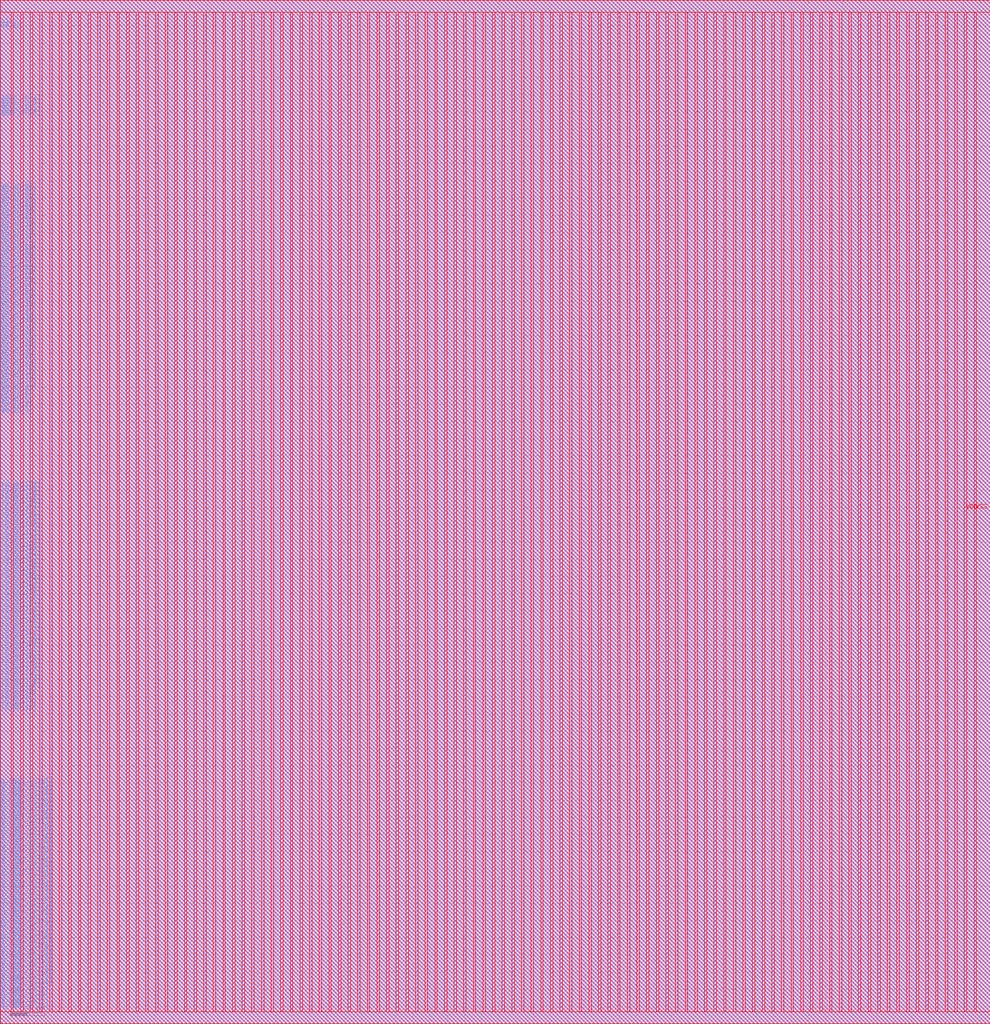
<source format=lef>
VERSION 5.7 ;
BUSBITCHARS "[]" ;
MACRO fakeram45_256x95
  FOREIGN fakeram45_256x95 0 0 ;
  SYMMETRY X Y R90 ;
  SIZE 115.140 BY 119.000 ;
  CLASS BLOCK ;
  PIN w_mask_in[0]
    DIRECTION INPUT ;
    USE SIGNAL ;
    SHAPE ABUTMENT ;
    PORT
      LAYER metal3 ;
      RECT 0.000 1.400 0.070 1.470 ;
    END
  END w_mask_in[0]
  PIN w_mask_in[1]
    DIRECTION INPUT ;
    USE SIGNAL ;
    SHAPE ABUTMENT ;
    PORT
      LAYER metal3 ;
      RECT 0.000 1.680 0.070 1.750 ;
    END
  END w_mask_in[1]
  PIN w_mask_in[2]
    DIRECTION INPUT ;
    USE SIGNAL ;
    SHAPE ABUTMENT ;
    PORT
      LAYER metal3 ;
      RECT 0.000 1.960 0.070 2.030 ;
    END
  END w_mask_in[2]
  PIN w_mask_in[3]
    DIRECTION INPUT ;
    USE SIGNAL ;
    SHAPE ABUTMENT ;
    PORT
      LAYER metal3 ;
      RECT 0.000 2.240 0.070 2.310 ;
    END
  END w_mask_in[3]
  PIN w_mask_in[4]
    DIRECTION INPUT ;
    USE SIGNAL ;
    SHAPE ABUTMENT ;
    PORT
      LAYER metal3 ;
      RECT 0.000 2.520 0.070 2.590 ;
    END
  END w_mask_in[4]
  PIN w_mask_in[5]
    DIRECTION INPUT ;
    USE SIGNAL ;
    SHAPE ABUTMENT ;
    PORT
      LAYER metal3 ;
      RECT 0.000 2.800 0.070 2.870 ;
    END
  END w_mask_in[5]
  PIN w_mask_in[6]
    DIRECTION INPUT ;
    USE SIGNAL ;
    SHAPE ABUTMENT ;
    PORT
      LAYER metal3 ;
      RECT 0.000 3.080 0.070 3.150 ;
    END
  END w_mask_in[6]
  PIN w_mask_in[7]
    DIRECTION INPUT ;
    USE SIGNAL ;
    SHAPE ABUTMENT ;
    PORT
      LAYER metal3 ;
      RECT 0.000 3.360 0.070 3.430 ;
    END
  END w_mask_in[7]
  PIN w_mask_in[8]
    DIRECTION INPUT ;
    USE SIGNAL ;
    SHAPE ABUTMENT ;
    PORT
      LAYER metal3 ;
      RECT 0.000 3.640 0.070 3.710 ;
    END
  END w_mask_in[8]
  PIN w_mask_in[9]
    DIRECTION INPUT ;
    USE SIGNAL ;
    SHAPE ABUTMENT ;
    PORT
      LAYER metal3 ;
      RECT 0.000 3.920 0.070 3.990 ;
    END
  END w_mask_in[9]
  PIN w_mask_in[10]
    DIRECTION INPUT ;
    USE SIGNAL ;
    SHAPE ABUTMENT ;
    PORT
      LAYER metal3 ;
      RECT 0.000 4.200 0.070 4.270 ;
    END
  END w_mask_in[10]
  PIN w_mask_in[11]
    DIRECTION INPUT ;
    USE SIGNAL ;
    SHAPE ABUTMENT ;
    PORT
      LAYER metal3 ;
      RECT 0.000 4.480 0.070 4.550 ;
    END
  END w_mask_in[11]
  PIN w_mask_in[12]
    DIRECTION INPUT ;
    USE SIGNAL ;
    SHAPE ABUTMENT ;
    PORT
      LAYER metal3 ;
      RECT 0.000 4.760 0.070 4.830 ;
    END
  END w_mask_in[12]
  PIN w_mask_in[13]
    DIRECTION INPUT ;
    USE SIGNAL ;
    SHAPE ABUTMENT ;
    PORT
      LAYER metal3 ;
      RECT 0.000 5.040 0.070 5.110 ;
    END
  END w_mask_in[13]
  PIN w_mask_in[14]
    DIRECTION INPUT ;
    USE SIGNAL ;
    SHAPE ABUTMENT ;
    PORT
      LAYER metal3 ;
      RECT 0.000 5.320 0.070 5.390 ;
    END
  END w_mask_in[14]
  PIN w_mask_in[15]
    DIRECTION INPUT ;
    USE SIGNAL ;
    SHAPE ABUTMENT ;
    PORT
      LAYER metal3 ;
      RECT 0.000 5.600 0.070 5.670 ;
    END
  END w_mask_in[15]
  PIN w_mask_in[16]
    DIRECTION INPUT ;
    USE SIGNAL ;
    SHAPE ABUTMENT ;
    PORT
      LAYER metal3 ;
      RECT 0.000 5.880 0.070 5.950 ;
    END
  END w_mask_in[16]
  PIN w_mask_in[17]
    DIRECTION INPUT ;
    USE SIGNAL ;
    SHAPE ABUTMENT ;
    PORT
      LAYER metal3 ;
      RECT 0.000 6.160 0.070 6.230 ;
    END
  END w_mask_in[17]
  PIN w_mask_in[18]
    DIRECTION INPUT ;
    USE SIGNAL ;
    SHAPE ABUTMENT ;
    PORT
      LAYER metal3 ;
      RECT 0.000 6.440 0.070 6.510 ;
    END
  END w_mask_in[18]
  PIN w_mask_in[19]
    DIRECTION INPUT ;
    USE SIGNAL ;
    SHAPE ABUTMENT ;
    PORT
      LAYER metal3 ;
      RECT 0.000 6.720 0.070 6.790 ;
    END
  END w_mask_in[19]
  PIN w_mask_in[20]
    DIRECTION INPUT ;
    USE SIGNAL ;
    SHAPE ABUTMENT ;
    PORT
      LAYER metal3 ;
      RECT 0.000 7.000 0.070 7.070 ;
    END
  END w_mask_in[20]
  PIN w_mask_in[21]
    DIRECTION INPUT ;
    USE SIGNAL ;
    SHAPE ABUTMENT ;
    PORT
      LAYER metal3 ;
      RECT 0.000 7.280 0.070 7.350 ;
    END
  END w_mask_in[21]
  PIN w_mask_in[22]
    DIRECTION INPUT ;
    USE SIGNAL ;
    SHAPE ABUTMENT ;
    PORT
      LAYER metal3 ;
      RECT 0.000 7.560 0.070 7.630 ;
    END
  END w_mask_in[22]
  PIN w_mask_in[23]
    DIRECTION INPUT ;
    USE SIGNAL ;
    SHAPE ABUTMENT ;
    PORT
      LAYER metal3 ;
      RECT 0.000 7.840 0.070 7.910 ;
    END
  END w_mask_in[23]
  PIN w_mask_in[24]
    DIRECTION INPUT ;
    USE SIGNAL ;
    SHAPE ABUTMENT ;
    PORT
      LAYER metal3 ;
      RECT 0.000 8.120 0.070 8.190 ;
    END
  END w_mask_in[24]
  PIN w_mask_in[25]
    DIRECTION INPUT ;
    USE SIGNAL ;
    SHAPE ABUTMENT ;
    PORT
      LAYER metal3 ;
      RECT 0.000 8.400 0.070 8.470 ;
    END
  END w_mask_in[25]
  PIN w_mask_in[26]
    DIRECTION INPUT ;
    USE SIGNAL ;
    SHAPE ABUTMENT ;
    PORT
      LAYER metal3 ;
      RECT 0.000 8.680 0.070 8.750 ;
    END
  END w_mask_in[26]
  PIN w_mask_in[27]
    DIRECTION INPUT ;
    USE SIGNAL ;
    SHAPE ABUTMENT ;
    PORT
      LAYER metal3 ;
      RECT 0.000 8.960 0.070 9.030 ;
    END
  END w_mask_in[27]
  PIN w_mask_in[28]
    DIRECTION INPUT ;
    USE SIGNAL ;
    SHAPE ABUTMENT ;
    PORT
      LAYER metal3 ;
      RECT 0.000 9.240 0.070 9.310 ;
    END
  END w_mask_in[28]
  PIN w_mask_in[29]
    DIRECTION INPUT ;
    USE SIGNAL ;
    SHAPE ABUTMENT ;
    PORT
      LAYER metal3 ;
      RECT 0.000 9.520 0.070 9.590 ;
    END
  END w_mask_in[29]
  PIN w_mask_in[30]
    DIRECTION INPUT ;
    USE SIGNAL ;
    SHAPE ABUTMENT ;
    PORT
      LAYER metal3 ;
      RECT 0.000 9.800 0.070 9.870 ;
    END
  END w_mask_in[30]
  PIN w_mask_in[31]
    DIRECTION INPUT ;
    USE SIGNAL ;
    SHAPE ABUTMENT ;
    PORT
      LAYER metal3 ;
      RECT 0.000 10.080 0.070 10.150 ;
    END
  END w_mask_in[31]
  PIN w_mask_in[32]
    DIRECTION INPUT ;
    USE SIGNAL ;
    SHAPE ABUTMENT ;
    PORT
      LAYER metal3 ;
      RECT 0.000 10.360 0.070 10.430 ;
    END
  END w_mask_in[32]
  PIN w_mask_in[33]
    DIRECTION INPUT ;
    USE SIGNAL ;
    SHAPE ABUTMENT ;
    PORT
      LAYER metal3 ;
      RECT 0.000 10.640 0.070 10.710 ;
    END
  END w_mask_in[33]
  PIN w_mask_in[34]
    DIRECTION INPUT ;
    USE SIGNAL ;
    SHAPE ABUTMENT ;
    PORT
      LAYER metal3 ;
      RECT 0.000 10.920 0.070 10.990 ;
    END
  END w_mask_in[34]
  PIN w_mask_in[35]
    DIRECTION INPUT ;
    USE SIGNAL ;
    SHAPE ABUTMENT ;
    PORT
      LAYER metal3 ;
      RECT 0.000 11.200 0.070 11.270 ;
    END
  END w_mask_in[35]
  PIN w_mask_in[36]
    DIRECTION INPUT ;
    USE SIGNAL ;
    SHAPE ABUTMENT ;
    PORT
      LAYER metal3 ;
      RECT 0.000 11.480 0.070 11.550 ;
    END
  END w_mask_in[36]
  PIN w_mask_in[37]
    DIRECTION INPUT ;
    USE SIGNAL ;
    SHAPE ABUTMENT ;
    PORT
      LAYER metal3 ;
      RECT 0.000 11.760 0.070 11.830 ;
    END
  END w_mask_in[37]
  PIN w_mask_in[38]
    DIRECTION INPUT ;
    USE SIGNAL ;
    SHAPE ABUTMENT ;
    PORT
      LAYER metal3 ;
      RECT 0.000 12.040 0.070 12.110 ;
    END
  END w_mask_in[38]
  PIN w_mask_in[39]
    DIRECTION INPUT ;
    USE SIGNAL ;
    SHAPE ABUTMENT ;
    PORT
      LAYER metal3 ;
      RECT 0.000 12.320 0.070 12.390 ;
    END
  END w_mask_in[39]
  PIN w_mask_in[40]
    DIRECTION INPUT ;
    USE SIGNAL ;
    SHAPE ABUTMENT ;
    PORT
      LAYER metal3 ;
      RECT 0.000 12.600 0.070 12.670 ;
    END
  END w_mask_in[40]
  PIN w_mask_in[41]
    DIRECTION INPUT ;
    USE SIGNAL ;
    SHAPE ABUTMENT ;
    PORT
      LAYER metal3 ;
      RECT 0.000 12.880 0.070 12.950 ;
    END
  END w_mask_in[41]
  PIN w_mask_in[42]
    DIRECTION INPUT ;
    USE SIGNAL ;
    SHAPE ABUTMENT ;
    PORT
      LAYER metal3 ;
      RECT 0.000 13.160 0.070 13.230 ;
    END
  END w_mask_in[42]
  PIN w_mask_in[43]
    DIRECTION INPUT ;
    USE SIGNAL ;
    SHAPE ABUTMENT ;
    PORT
      LAYER metal3 ;
      RECT 0.000 13.440 0.070 13.510 ;
    END
  END w_mask_in[43]
  PIN w_mask_in[44]
    DIRECTION INPUT ;
    USE SIGNAL ;
    SHAPE ABUTMENT ;
    PORT
      LAYER metal3 ;
      RECT 0.000 13.720 0.070 13.790 ;
    END
  END w_mask_in[44]
  PIN w_mask_in[45]
    DIRECTION INPUT ;
    USE SIGNAL ;
    SHAPE ABUTMENT ;
    PORT
      LAYER metal3 ;
      RECT 0.000 14.000 0.070 14.070 ;
    END
  END w_mask_in[45]
  PIN w_mask_in[46]
    DIRECTION INPUT ;
    USE SIGNAL ;
    SHAPE ABUTMENT ;
    PORT
      LAYER metal3 ;
      RECT 0.000 14.280 0.070 14.350 ;
    END
  END w_mask_in[46]
  PIN w_mask_in[47]
    DIRECTION INPUT ;
    USE SIGNAL ;
    SHAPE ABUTMENT ;
    PORT
      LAYER metal3 ;
      RECT 0.000 14.560 0.070 14.630 ;
    END
  END w_mask_in[47]
  PIN w_mask_in[48]
    DIRECTION INPUT ;
    USE SIGNAL ;
    SHAPE ABUTMENT ;
    PORT
      LAYER metal3 ;
      RECT 0.000 14.840 0.070 14.910 ;
    END
  END w_mask_in[48]
  PIN w_mask_in[49]
    DIRECTION INPUT ;
    USE SIGNAL ;
    SHAPE ABUTMENT ;
    PORT
      LAYER metal3 ;
      RECT 0.000 15.120 0.070 15.190 ;
    END
  END w_mask_in[49]
  PIN w_mask_in[50]
    DIRECTION INPUT ;
    USE SIGNAL ;
    SHAPE ABUTMENT ;
    PORT
      LAYER metal3 ;
      RECT 0.000 15.400 0.070 15.470 ;
    END
  END w_mask_in[50]
  PIN w_mask_in[51]
    DIRECTION INPUT ;
    USE SIGNAL ;
    SHAPE ABUTMENT ;
    PORT
      LAYER metal3 ;
      RECT 0.000 15.680 0.070 15.750 ;
    END
  END w_mask_in[51]
  PIN w_mask_in[52]
    DIRECTION INPUT ;
    USE SIGNAL ;
    SHAPE ABUTMENT ;
    PORT
      LAYER metal3 ;
      RECT 0.000 15.960 0.070 16.030 ;
    END
  END w_mask_in[52]
  PIN w_mask_in[53]
    DIRECTION INPUT ;
    USE SIGNAL ;
    SHAPE ABUTMENT ;
    PORT
      LAYER metal3 ;
      RECT 0.000 16.240 0.070 16.310 ;
    END
  END w_mask_in[53]
  PIN w_mask_in[54]
    DIRECTION INPUT ;
    USE SIGNAL ;
    SHAPE ABUTMENT ;
    PORT
      LAYER metal3 ;
      RECT 0.000 16.520 0.070 16.590 ;
    END
  END w_mask_in[54]
  PIN w_mask_in[55]
    DIRECTION INPUT ;
    USE SIGNAL ;
    SHAPE ABUTMENT ;
    PORT
      LAYER metal3 ;
      RECT 0.000 16.800 0.070 16.870 ;
    END
  END w_mask_in[55]
  PIN w_mask_in[56]
    DIRECTION INPUT ;
    USE SIGNAL ;
    SHAPE ABUTMENT ;
    PORT
      LAYER metal3 ;
      RECT 0.000 17.080 0.070 17.150 ;
    END
  END w_mask_in[56]
  PIN w_mask_in[57]
    DIRECTION INPUT ;
    USE SIGNAL ;
    SHAPE ABUTMENT ;
    PORT
      LAYER metal3 ;
      RECT 0.000 17.360 0.070 17.430 ;
    END
  END w_mask_in[57]
  PIN w_mask_in[58]
    DIRECTION INPUT ;
    USE SIGNAL ;
    SHAPE ABUTMENT ;
    PORT
      LAYER metal3 ;
      RECT 0.000 17.640 0.070 17.710 ;
    END
  END w_mask_in[58]
  PIN w_mask_in[59]
    DIRECTION INPUT ;
    USE SIGNAL ;
    SHAPE ABUTMENT ;
    PORT
      LAYER metal3 ;
      RECT 0.000 17.920 0.070 17.990 ;
    END
  END w_mask_in[59]
  PIN w_mask_in[60]
    DIRECTION INPUT ;
    USE SIGNAL ;
    SHAPE ABUTMENT ;
    PORT
      LAYER metal3 ;
      RECT 0.000 18.200 0.070 18.270 ;
    END
  END w_mask_in[60]
  PIN w_mask_in[61]
    DIRECTION INPUT ;
    USE SIGNAL ;
    SHAPE ABUTMENT ;
    PORT
      LAYER metal3 ;
      RECT 0.000 18.480 0.070 18.550 ;
    END
  END w_mask_in[61]
  PIN w_mask_in[62]
    DIRECTION INPUT ;
    USE SIGNAL ;
    SHAPE ABUTMENT ;
    PORT
      LAYER metal3 ;
      RECT 0.000 18.760 0.070 18.830 ;
    END
  END w_mask_in[62]
  PIN w_mask_in[63]
    DIRECTION INPUT ;
    USE SIGNAL ;
    SHAPE ABUTMENT ;
    PORT
      LAYER metal3 ;
      RECT 0.000 19.040 0.070 19.110 ;
    END
  END w_mask_in[63]
  PIN w_mask_in[64]
    DIRECTION INPUT ;
    USE SIGNAL ;
    SHAPE ABUTMENT ;
    PORT
      LAYER metal3 ;
      RECT 0.000 19.320 0.070 19.390 ;
    END
  END w_mask_in[64]
  PIN w_mask_in[65]
    DIRECTION INPUT ;
    USE SIGNAL ;
    SHAPE ABUTMENT ;
    PORT
      LAYER metal3 ;
      RECT 0.000 19.600 0.070 19.670 ;
    END
  END w_mask_in[65]
  PIN w_mask_in[66]
    DIRECTION INPUT ;
    USE SIGNAL ;
    SHAPE ABUTMENT ;
    PORT
      LAYER metal3 ;
      RECT 0.000 19.880 0.070 19.950 ;
    END
  END w_mask_in[66]
  PIN w_mask_in[67]
    DIRECTION INPUT ;
    USE SIGNAL ;
    SHAPE ABUTMENT ;
    PORT
      LAYER metal3 ;
      RECT 0.000 20.160 0.070 20.230 ;
    END
  END w_mask_in[67]
  PIN w_mask_in[68]
    DIRECTION INPUT ;
    USE SIGNAL ;
    SHAPE ABUTMENT ;
    PORT
      LAYER metal3 ;
      RECT 0.000 20.440 0.070 20.510 ;
    END
  END w_mask_in[68]
  PIN w_mask_in[69]
    DIRECTION INPUT ;
    USE SIGNAL ;
    SHAPE ABUTMENT ;
    PORT
      LAYER metal3 ;
      RECT 0.000 20.720 0.070 20.790 ;
    END
  END w_mask_in[69]
  PIN w_mask_in[70]
    DIRECTION INPUT ;
    USE SIGNAL ;
    SHAPE ABUTMENT ;
    PORT
      LAYER metal3 ;
      RECT 0.000 21.000 0.070 21.070 ;
    END
  END w_mask_in[70]
  PIN w_mask_in[71]
    DIRECTION INPUT ;
    USE SIGNAL ;
    SHAPE ABUTMENT ;
    PORT
      LAYER metal3 ;
      RECT 0.000 21.280 0.070 21.350 ;
    END
  END w_mask_in[71]
  PIN w_mask_in[72]
    DIRECTION INPUT ;
    USE SIGNAL ;
    SHAPE ABUTMENT ;
    PORT
      LAYER metal3 ;
      RECT 0.000 21.560 0.070 21.630 ;
    END
  END w_mask_in[72]
  PIN w_mask_in[73]
    DIRECTION INPUT ;
    USE SIGNAL ;
    SHAPE ABUTMENT ;
    PORT
      LAYER metal3 ;
      RECT 0.000 21.840 0.070 21.910 ;
    END
  END w_mask_in[73]
  PIN w_mask_in[74]
    DIRECTION INPUT ;
    USE SIGNAL ;
    SHAPE ABUTMENT ;
    PORT
      LAYER metal3 ;
      RECT 0.000 22.120 0.070 22.190 ;
    END
  END w_mask_in[74]
  PIN w_mask_in[75]
    DIRECTION INPUT ;
    USE SIGNAL ;
    SHAPE ABUTMENT ;
    PORT
      LAYER metal3 ;
      RECT 0.000 22.400 0.070 22.470 ;
    END
  END w_mask_in[75]
  PIN w_mask_in[76]
    DIRECTION INPUT ;
    USE SIGNAL ;
    SHAPE ABUTMENT ;
    PORT
      LAYER metal3 ;
      RECT 0.000 22.680 0.070 22.750 ;
    END
  END w_mask_in[76]
  PIN w_mask_in[77]
    DIRECTION INPUT ;
    USE SIGNAL ;
    SHAPE ABUTMENT ;
    PORT
      LAYER metal3 ;
      RECT 0.000 22.960 0.070 23.030 ;
    END
  END w_mask_in[77]
  PIN w_mask_in[78]
    DIRECTION INPUT ;
    USE SIGNAL ;
    SHAPE ABUTMENT ;
    PORT
      LAYER metal3 ;
      RECT 0.000 23.240 0.070 23.310 ;
    END
  END w_mask_in[78]
  PIN w_mask_in[79]
    DIRECTION INPUT ;
    USE SIGNAL ;
    SHAPE ABUTMENT ;
    PORT
      LAYER metal3 ;
      RECT 0.000 23.520 0.070 23.590 ;
    END
  END w_mask_in[79]
  PIN w_mask_in[80]
    DIRECTION INPUT ;
    USE SIGNAL ;
    SHAPE ABUTMENT ;
    PORT
      LAYER metal3 ;
      RECT 0.000 23.800 0.070 23.870 ;
    END
  END w_mask_in[80]
  PIN w_mask_in[81]
    DIRECTION INPUT ;
    USE SIGNAL ;
    SHAPE ABUTMENT ;
    PORT
      LAYER metal3 ;
      RECT 0.000 24.080 0.070 24.150 ;
    END
  END w_mask_in[81]
  PIN w_mask_in[82]
    DIRECTION INPUT ;
    USE SIGNAL ;
    SHAPE ABUTMENT ;
    PORT
      LAYER metal3 ;
      RECT 0.000 24.360 0.070 24.430 ;
    END
  END w_mask_in[82]
  PIN w_mask_in[83]
    DIRECTION INPUT ;
    USE SIGNAL ;
    SHAPE ABUTMENT ;
    PORT
      LAYER metal3 ;
      RECT 0.000 24.640 0.070 24.710 ;
    END
  END w_mask_in[83]
  PIN w_mask_in[84]
    DIRECTION INPUT ;
    USE SIGNAL ;
    SHAPE ABUTMENT ;
    PORT
      LAYER metal3 ;
      RECT 0.000 24.920 0.070 24.990 ;
    END
  END w_mask_in[84]
  PIN w_mask_in[85]
    DIRECTION INPUT ;
    USE SIGNAL ;
    SHAPE ABUTMENT ;
    PORT
      LAYER metal3 ;
      RECT 0.000 25.200 0.070 25.270 ;
    END
  END w_mask_in[85]
  PIN w_mask_in[86]
    DIRECTION INPUT ;
    USE SIGNAL ;
    SHAPE ABUTMENT ;
    PORT
      LAYER metal3 ;
      RECT 0.000 25.480 0.070 25.550 ;
    END
  END w_mask_in[86]
  PIN w_mask_in[87]
    DIRECTION INPUT ;
    USE SIGNAL ;
    SHAPE ABUTMENT ;
    PORT
      LAYER metal3 ;
      RECT 0.000 25.760 0.070 25.830 ;
    END
  END w_mask_in[87]
  PIN w_mask_in[88]
    DIRECTION INPUT ;
    USE SIGNAL ;
    SHAPE ABUTMENT ;
    PORT
      LAYER metal3 ;
      RECT 0.000 26.040 0.070 26.110 ;
    END
  END w_mask_in[88]
  PIN w_mask_in[89]
    DIRECTION INPUT ;
    USE SIGNAL ;
    SHAPE ABUTMENT ;
    PORT
      LAYER metal3 ;
      RECT 0.000 26.320 0.070 26.390 ;
    END
  END w_mask_in[89]
  PIN w_mask_in[90]
    DIRECTION INPUT ;
    USE SIGNAL ;
    SHAPE ABUTMENT ;
    PORT
      LAYER metal3 ;
      RECT 0.000 26.600 0.070 26.670 ;
    END
  END w_mask_in[90]
  PIN w_mask_in[91]
    DIRECTION INPUT ;
    USE SIGNAL ;
    SHAPE ABUTMENT ;
    PORT
      LAYER metal3 ;
      RECT 0.000 26.880 0.070 26.950 ;
    END
  END w_mask_in[91]
  PIN w_mask_in[92]
    DIRECTION INPUT ;
    USE SIGNAL ;
    SHAPE ABUTMENT ;
    PORT
      LAYER metal3 ;
      RECT 0.000 27.160 0.070 27.230 ;
    END
  END w_mask_in[92]
  PIN w_mask_in[93]
    DIRECTION INPUT ;
    USE SIGNAL ;
    SHAPE ABUTMENT ;
    PORT
      LAYER metal3 ;
      RECT 0.000 27.440 0.070 27.510 ;
    END
  END w_mask_in[93]
  PIN w_mask_in[94]
    DIRECTION INPUT ;
    USE SIGNAL ;
    SHAPE ABUTMENT ;
    PORT
      LAYER metal3 ;
      RECT 0.000 27.720 0.070 27.790 ;
    END
  END w_mask_in[94]
  PIN rd_out[0]
    DIRECTION OUTPUT ;
    USE SIGNAL ;
    SHAPE ABUTMENT ;
    PORT
      LAYER metal3 ;
      RECT 0.000 35.980 0.070 36.050 ;
    END
  END rd_out[0]
  PIN rd_out[1]
    DIRECTION OUTPUT ;
    USE SIGNAL ;
    SHAPE ABUTMENT ;
    PORT
      LAYER metal3 ;
      RECT 0.000 36.260 0.070 36.330 ;
    END
  END rd_out[1]
  PIN rd_out[2]
    DIRECTION OUTPUT ;
    USE SIGNAL ;
    SHAPE ABUTMENT ;
    PORT
      LAYER metal3 ;
      RECT 0.000 36.540 0.070 36.610 ;
    END
  END rd_out[2]
  PIN rd_out[3]
    DIRECTION OUTPUT ;
    USE SIGNAL ;
    SHAPE ABUTMENT ;
    PORT
      LAYER metal3 ;
      RECT 0.000 36.820 0.070 36.890 ;
    END
  END rd_out[3]
  PIN rd_out[4]
    DIRECTION OUTPUT ;
    USE SIGNAL ;
    SHAPE ABUTMENT ;
    PORT
      LAYER metal3 ;
      RECT 0.000 37.100 0.070 37.170 ;
    END
  END rd_out[4]
  PIN rd_out[5]
    DIRECTION OUTPUT ;
    USE SIGNAL ;
    SHAPE ABUTMENT ;
    PORT
      LAYER metal3 ;
      RECT 0.000 37.380 0.070 37.450 ;
    END
  END rd_out[5]
  PIN rd_out[6]
    DIRECTION OUTPUT ;
    USE SIGNAL ;
    SHAPE ABUTMENT ;
    PORT
      LAYER metal3 ;
      RECT 0.000 37.660 0.070 37.730 ;
    END
  END rd_out[6]
  PIN rd_out[7]
    DIRECTION OUTPUT ;
    USE SIGNAL ;
    SHAPE ABUTMENT ;
    PORT
      LAYER metal3 ;
      RECT 0.000 37.940 0.070 38.010 ;
    END
  END rd_out[7]
  PIN rd_out[8]
    DIRECTION OUTPUT ;
    USE SIGNAL ;
    SHAPE ABUTMENT ;
    PORT
      LAYER metal3 ;
      RECT 0.000 38.220 0.070 38.290 ;
    END
  END rd_out[8]
  PIN rd_out[9]
    DIRECTION OUTPUT ;
    USE SIGNAL ;
    SHAPE ABUTMENT ;
    PORT
      LAYER metal3 ;
      RECT 0.000 38.500 0.070 38.570 ;
    END
  END rd_out[9]
  PIN rd_out[10]
    DIRECTION OUTPUT ;
    USE SIGNAL ;
    SHAPE ABUTMENT ;
    PORT
      LAYER metal3 ;
      RECT 0.000 38.780 0.070 38.850 ;
    END
  END rd_out[10]
  PIN rd_out[11]
    DIRECTION OUTPUT ;
    USE SIGNAL ;
    SHAPE ABUTMENT ;
    PORT
      LAYER metal3 ;
      RECT 0.000 39.060 0.070 39.130 ;
    END
  END rd_out[11]
  PIN rd_out[12]
    DIRECTION OUTPUT ;
    USE SIGNAL ;
    SHAPE ABUTMENT ;
    PORT
      LAYER metal3 ;
      RECT 0.000 39.340 0.070 39.410 ;
    END
  END rd_out[12]
  PIN rd_out[13]
    DIRECTION OUTPUT ;
    USE SIGNAL ;
    SHAPE ABUTMENT ;
    PORT
      LAYER metal3 ;
      RECT 0.000 39.620 0.070 39.690 ;
    END
  END rd_out[13]
  PIN rd_out[14]
    DIRECTION OUTPUT ;
    USE SIGNAL ;
    SHAPE ABUTMENT ;
    PORT
      LAYER metal3 ;
      RECT 0.000 39.900 0.070 39.970 ;
    END
  END rd_out[14]
  PIN rd_out[15]
    DIRECTION OUTPUT ;
    USE SIGNAL ;
    SHAPE ABUTMENT ;
    PORT
      LAYER metal3 ;
      RECT 0.000 40.180 0.070 40.250 ;
    END
  END rd_out[15]
  PIN rd_out[16]
    DIRECTION OUTPUT ;
    USE SIGNAL ;
    SHAPE ABUTMENT ;
    PORT
      LAYER metal3 ;
      RECT 0.000 40.460 0.070 40.530 ;
    END
  END rd_out[16]
  PIN rd_out[17]
    DIRECTION OUTPUT ;
    USE SIGNAL ;
    SHAPE ABUTMENT ;
    PORT
      LAYER metal3 ;
      RECT 0.000 40.740 0.070 40.810 ;
    END
  END rd_out[17]
  PIN rd_out[18]
    DIRECTION OUTPUT ;
    USE SIGNAL ;
    SHAPE ABUTMENT ;
    PORT
      LAYER metal3 ;
      RECT 0.000 41.020 0.070 41.090 ;
    END
  END rd_out[18]
  PIN rd_out[19]
    DIRECTION OUTPUT ;
    USE SIGNAL ;
    SHAPE ABUTMENT ;
    PORT
      LAYER metal3 ;
      RECT 0.000 41.300 0.070 41.370 ;
    END
  END rd_out[19]
  PIN rd_out[20]
    DIRECTION OUTPUT ;
    USE SIGNAL ;
    SHAPE ABUTMENT ;
    PORT
      LAYER metal3 ;
      RECT 0.000 41.580 0.070 41.650 ;
    END
  END rd_out[20]
  PIN rd_out[21]
    DIRECTION OUTPUT ;
    USE SIGNAL ;
    SHAPE ABUTMENT ;
    PORT
      LAYER metal3 ;
      RECT 0.000 41.860 0.070 41.930 ;
    END
  END rd_out[21]
  PIN rd_out[22]
    DIRECTION OUTPUT ;
    USE SIGNAL ;
    SHAPE ABUTMENT ;
    PORT
      LAYER metal3 ;
      RECT 0.000 42.140 0.070 42.210 ;
    END
  END rd_out[22]
  PIN rd_out[23]
    DIRECTION OUTPUT ;
    USE SIGNAL ;
    SHAPE ABUTMENT ;
    PORT
      LAYER metal3 ;
      RECT 0.000 42.420 0.070 42.490 ;
    END
  END rd_out[23]
  PIN rd_out[24]
    DIRECTION OUTPUT ;
    USE SIGNAL ;
    SHAPE ABUTMENT ;
    PORT
      LAYER metal3 ;
      RECT 0.000 42.700 0.070 42.770 ;
    END
  END rd_out[24]
  PIN rd_out[25]
    DIRECTION OUTPUT ;
    USE SIGNAL ;
    SHAPE ABUTMENT ;
    PORT
      LAYER metal3 ;
      RECT 0.000 42.980 0.070 43.050 ;
    END
  END rd_out[25]
  PIN rd_out[26]
    DIRECTION OUTPUT ;
    USE SIGNAL ;
    SHAPE ABUTMENT ;
    PORT
      LAYER metal3 ;
      RECT 0.000 43.260 0.070 43.330 ;
    END
  END rd_out[26]
  PIN rd_out[27]
    DIRECTION OUTPUT ;
    USE SIGNAL ;
    SHAPE ABUTMENT ;
    PORT
      LAYER metal3 ;
      RECT 0.000 43.540 0.070 43.610 ;
    END
  END rd_out[27]
  PIN rd_out[28]
    DIRECTION OUTPUT ;
    USE SIGNAL ;
    SHAPE ABUTMENT ;
    PORT
      LAYER metal3 ;
      RECT 0.000 43.820 0.070 43.890 ;
    END
  END rd_out[28]
  PIN rd_out[29]
    DIRECTION OUTPUT ;
    USE SIGNAL ;
    SHAPE ABUTMENT ;
    PORT
      LAYER metal3 ;
      RECT 0.000 44.100 0.070 44.170 ;
    END
  END rd_out[29]
  PIN rd_out[30]
    DIRECTION OUTPUT ;
    USE SIGNAL ;
    SHAPE ABUTMENT ;
    PORT
      LAYER metal3 ;
      RECT 0.000 44.380 0.070 44.450 ;
    END
  END rd_out[30]
  PIN rd_out[31]
    DIRECTION OUTPUT ;
    USE SIGNAL ;
    SHAPE ABUTMENT ;
    PORT
      LAYER metal3 ;
      RECT 0.000 44.660 0.070 44.730 ;
    END
  END rd_out[31]
  PIN rd_out[32]
    DIRECTION OUTPUT ;
    USE SIGNAL ;
    SHAPE ABUTMENT ;
    PORT
      LAYER metal3 ;
      RECT 0.000 44.940 0.070 45.010 ;
    END
  END rd_out[32]
  PIN rd_out[33]
    DIRECTION OUTPUT ;
    USE SIGNAL ;
    SHAPE ABUTMENT ;
    PORT
      LAYER metal3 ;
      RECT 0.000 45.220 0.070 45.290 ;
    END
  END rd_out[33]
  PIN rd_out[34]
    DIRECTION OUTPUT ;
    USE SIGNAL ;
    SHAPE ABUTMENT ;
    PORT
      LAYER metal3 ;
      RECT 0.000 45.500 0.070 45.570 ;
    END
  END rd_out[34]
  PIN rd_out[35]
    DIRECTION OUTPUT ;
    USE SIGNAL ;
    SHAPE ABUTMENT ;
    PORT
      LAYER metal3 ;
      RECT 0.000 45.780 0.070 45.850 ;
    END
  END rd_out[35]
  PIN rd_out[36]
    DIRECTION OUTPUT ;
    USE SIGNAL ;
    SHAPE ABUTMENT ;
    PORT
      LAYER metal3 ;
      RECT 0.000 46.060 0.070 46.130 ;
    END
  END rd_out[36]
  PIN rd_out[37]
    DIRECTION OUTPUT ;
    USE SIGNAL ;
    SHAPE ABUTMENT ;
    PORT
      LAYER metal3 ;
      RECT 0.000 46.340 0.070 46.410 ;
    END
  END rd_out[37]
  PIN rd_out[38]
    DIRECTION OUTPUT ;
    USE SIGNAL ;
    SHAPE ABUTMENT ;
    PORT
      LAYER metal3 ;
      RECT 0.000 46.620 0.070 46.690 ;
    END
  END rd_out[38]
  PIN rd_out[39]
    DIRECTION OUTPUT ;
    USE SIGNAL ;
    SHAPE ABUTMENT ;
    PORT
      LAYER metal3 ;
      RECT 0.000 46.900 0.070 46.970 ;
    END
  END rd_out[39]
  PIN rd_out[40]
    DIRECTION OUTPUT ;
    USE SIGNAL ;
    SHAPE ABUTMENT ;
    PORT
      LAYER metal3 ;
      RECT 0.000 47.180 0.070 47.250 ;
    END
  END rd_out[40]
  PIN rd_out[41]
    DIRECTION OUTPUT ;
    USE SIGNAL ;
    SHAPE ABUTMENT ;
    PORT
      LAYER metal3 ;
      RECT 0.000 47.460 0.070 47.530 ;
    END
  END rd_out[41]
  PIN rd_out[42]
    DIRECTION OUTPUT ;
    USE SIGNAL ;
    SHAPE ABUTMENT ;
    PORT
      LAYER metal3 ;
      RECT 0.000 47.740 0.070 47.810 ;
    END
  END rd_out[42]
  PIN rd_out[43]
    DIRECTION OUTPUT ;
    USE SIGNAL ;
    SHAPE ABUTMENT ;
    PORT
      LAYER metal3 ;
      RECT 0.000 48.020 0.070 48.090 ;
    END
  END rd_out[43]
  PIN rd_out[44]
    DIRECTION OUTPUT ;
    USE SIGNAL ;
    SHAPE ABUTMENT ;
    PORT
      LAYER metal3 ;
      RECT 0.000 48.300 0.070 48.370 ;
    END
  END rd_out[44]
  PIN rd_out[45]
    DIRECTION OUTPUT ;
    USE SIGNAL ;
    SHAPE ABUTMENT ;
    PORT
      LAYER metal3 ;
      RECT 0.000 48.580 0.070 48.650 ;
    END
  END rd_out[45]
  PIN rd_out[46]
    DIRECTION OUTPUT ;
    USE SIGNAL ;
    SHAPE ABUTMENT ;
    PORT
      LAYER metal3 ;
      RECT 0.000 48.860 0.070 48.930 ;
    END
  END rd_out[46]
  PIN rd_out[47]
    DIRECTION OUTPUT ;
    USE SIGNAL ;
    SHAPE ABUTMENT ;
    PORT
      LAYER metal3 ;
      RECT 0.000 49.140 0.070 49.210 ;
    END
  END rd_out[47]
  PIN rd_out[48]
    DIRECTION OUTPUT ;
    USE SIGNAL ;
    SHAPE ABUTMENT ;
    PORT
      LAYER metal3 ;
      RECT 0.000 49.420 0.070 49.490 ;
    END
  END rd_out[48]
  PIN rd_out[49]
    DIRECTION OUTPUT ;
    USE SIGNAL ;
    SHAPE ABUTMENT ;
    PORT
      LAYER metal3 ;
      RECT 0.000 49.700 0.070 49.770 ;
    END
  END rd_out[49]
  PIN rd_out[50]
    DIRECTION OUTPUT ;
    USE SIGNAL ;
    SHAPE ABUTMENT ;
    PORT
      LAYER metal3 ;
      RECT 0.000 49.980 0.070 50.050 ;
    END
  END rd_out[50]
  PIN rd_out[51]
    DIRECTION OUTPUT ;
    USE SIGNAL ;
    SHAPE ABUTMENT ;
    PORT
      LAYER metal3 ;
      RECT 0.000 50.260 0.070 50.330 ;
    END
  END rd_out[51]
  PIN rd_out[52]
    DIRECTION OUTPUT ;
    USE SIGNAL ;
    SHAPE ABUTMENT ;
    PORT
      LAYER metal3 ;
      RECT 0.000 50.540 0.070 50.610 ;
    END
  END rd_out[52]
  PIN rd_out[53]
    DIRECTION OUTPUT ;
    USE SIGNAL ;
    SHAPE ABUTMENT ;
    PORT
      LAYER metal3 ;
      RECT 0.000 50.820 0.070 50.890 ;
    END
  END rd_out[53]
  PIN rd_out[54]
    DIRECTION OUTPUT ;
    USE SIGNAL ;
    SHAPE ABUTMENT ;
    PORT
      LAYER metal3 ;
      RECT 0.000 51.100 0.070 51.170 ;
    END
  END rd_out[54]
  PIN rd_out[55]
    DIRECTION OUTPUT ;
    USE SIGNAL ;
    SHAPE ABUTMENT ;
    PORT
      LAYER metal3 ;
      RECT 0.000 51.380 0.070 51.450 ;
    END
  END rd_out[55]
  PIN rd_out[56]
    DIRECTION OUTPUT ;
    USE SIGNAL ;
    SHAPE ABUTMENT ;
    PORT
      LAYER metal3 ;
      RECT 0.000 51.660 0.070 51.730 ;
    END
  END rd_out[56]
  PIN rd_out[57]
    DIRECTION OUTPUT ;
    USE SIGNAL ;
    SHAPE ABUTMENT ;
    PORT
      LAYER metal3 ;
      RECT 0.000 51.940 0.070 52.010 ;
    END
  END rd_out[57]
  PIN rd_out[58]
    DIRECTION OUTPUT ;
    USE SIGNAL ;
    SHAPE ABUTMENT ;
    PORT
      LAYER metal3 ;
      RECT 0.000 52.220 0.070 52.290 ;
    END
  END rd_out[58]
  PIN rd_out[59]
    DIRECTION OUTPUT ;
    USE SIGNAL ;
    SHAPE ABUTMENT ;
    PORT
      LAYER metal3 ;
      RECT 0.000 52.500 0.070 52.570 ;
    END
  END rd_out[59]
  PIN rd_out[60]
    DIRECTION OUTPUT ;
    USE SIGNAL ;
    SHAPE ABUTMENT ;
    PORT
      LAYER metal3 ;
      RECT 0.000 52.780 0.070 52.850 ;
    END
  END rd_out[60]
  PIN rd_out[61]
    DIRECTION OUTPUT ;
    USE SIGNAL ;
    SHAPE ABUTMENT ;
    PORT
      LAYER metal3 ;
      RECT 0.000 53.060 0.070 53.130 ;
    END
  END rd_out[61]
  PIN rd_out[62]
    DIRECTION OUTPUT ;
    USE SIGNAL ;
    SHAPE ABUTMENT ;
    PORT
      LAYER metal3 ;
      RECT 0.000 53.340 0.070 53.410 ;
    END
  END rd_out[62]
  PIN rd_out[63]
    DIRECTION OUTPUT ;
    USE SIGNAL ;
    SHAPE ABUTMENT ;
    PORT
      LAYER metal3 ;
      RECT 0.000 53.620 0.070 53.690 ;
    END
  END rd_out[63]
  PIN rd_out[64]
    DIRECTION OUTPUT ;
    USE SIGNAL ;
    SHAPE ABUTMENT ;
    PORT
      LAYER metal3 ;
      RECT 0.000 53.900 0.070 53.970 ;
    END
  END rd_out[64]
  PIN rd_out[65]
    DIRECTION OUTPUT ;
    USE SIGNAL ;
    SHAPE ABUTMENT ;
    PORT
      LAYER metal3 ;
      RECT 0.000 54.180 0.070 54.250 ;
    END
  END rd_out[65]
  PIN rd_out[66]
    DIRECTION OUTPUT ;
    USE SIGNAL ;
    SHAPE ABUTMENT ;
    PORT
      LAYER metal3 ;
      RECT 0.000 54.460 0.070 54.530 ;
    END
  END rd_out[66]
  PIN rd_out[67]
    DIRECTION OUTPUT ;
    USE SIGNAL ;
    SHAPE ABUTMENT ;
    PORT
      LAYER metal3 ;
      RECT 0.000 54.740 0.070 54.810 ;
    END
  END rd_out[67]
  PIN rd_out[68]
    DIRECTION OUTPUT ;
    USE SIGNAL ;
    SHAPE ABUTMENT ;
    PORT
      LAYER metal3 ;
      RECT 0.000 55.020 0.070 55.090 ;
    END
  END rd_out[68]
  PIN rd_out[69]
    DIRECTION OUTPUT ;
    USE SIGNAL ;
    SHAPE ABUTMENT ;
    PORT
      LAYER metal3 ;
      RECT 0.000 55.300 0.070 55.370 ;
    END
  END rd_out[69]
  PIN rd_out[70]
    DIRECTION OUTPUT ;
    USE SIGNAL ;
    SHAPE ABUTMENT ;
    PORT
      LAYER metal3 ;
      RECT 0.000 55.580 0.070 55.650 ;
    END
  END rd_out[70]
  PIN rd_out[71]
    DIRECTION OUTPUT ;
    USE SIGNAL ;
    SHAPE ABUTMENT ;
    PORT
      LAYER metal3 ;
      RECT 0.000 55.860 0.070 55.930 ;
    END
  END rd_out[71]
  PIN rd_out[72]
    DIRECTION OUTPUT ;
    USE SIGNAL ;
    SHAPE ABUTMENT ;
    PORT
      LAYER metal3 ;
      RECT 0.000 56.140 0.070 56.210 ;
    END
  END rd_out[72]
  PIN rd_out[73]
    DIRECTION OUTPUT ;
    USE SIGNAL ;
    SHAPE ABUTMENT ;
    PORT
      LAYER metal3 ;
      RECT 0.000 56.420 0.070 56.490 ;
    END
  END rd_out[73]
  PIN rd_out[74]
    DIRECTION OUTPUT ;
    USE SIGNAL ;
    SHAPE ABUTMENT ;
    PORT
      LAYER metal3 ;
      RECT 0.000 56.700 0.070 56.770 ;
    END
  END rd_out[74]
  PIN rd_out[75]
    DIRECTION OUTPUT ;
    USE SIGNAL ;
    SHAPE ABUTMENT ;
    PORT
      LAYER metal3 ;
      RECT 0.000 56.980 0.070 57.050 ;
    END
  END rd_out[75]
  PIN rd_out[76]
    DIRECTION OUTPUT ;
    USE SIGNAL ;
    SHAPE ABUTMENT ;
    PORT
      LAYER metal3 ;
      RECT 0.000 57.260 0.070 57.330 ;
    END
  END rd_out[76]
  PIN rd_out[77]
    DIRECTION OUTPUT ;
    USE SIGNAL ;
    SHAPE ABUTMENT ;
    PORT
      LAYER metal3 ;
      RECT 0.000 57.540 0.070 57.610 ;
    END
  END rd_out[77]
  PIN rd_out[78]
    DIRECTION OUTPUT ;
    USE SIGNAL ;
    SHAPE ABUTMENT ;
    PORT
      LAYER metal3 ;
      RECT 0.000 57.820 0.070 57.890 ;
    END
  END rd_out[78]
  PIN rd_out[79]
    DIRECTION OUTPUT ;
    USE SIGNAL ;
    SHAPE ABUTMENT ;
    PORT
      LAYER metal3 ;
      RECT 0.000 58.100 0.070 58.170 ;
    END
  END rd_out[79]
  PIN rd_out[80]
    DIRECTION OUTPUT ;
    USE SIGNAL ;
    SHAPE ABUTMENT ;
    PORT
      LAYER metal3 ;
      RECT 0.000 58.380 0.070 58.450 ;
    END
  END rd_out[80]
  PIN rd_out[81]
    DIRECTION OUTPUT ;
    USE SIGNAL ;
    SHAPE ABUTMENT ;
    PORT
      LAYER metal3 ;
      RECT 0.000 58.660 0.070 58.730 ;
    END
  END rd_out[81]
  PIN rd_out[82]
    DIRECTION OUTPUT ;
    USE SIGNAL ;
    SHAPE ABUTMENT ;
    PORT
      LAYER metal3 ;
      RECT 0.000 58.940 0.070 59.010 ;
    END
  END rd_out[82]
  PIN rd_out[83]
    DIRECTION OUTPUT ;
    USE SIGNAL ;
    SHAPE ABUTMENT ;
    PORT
      LAYER metal3 ;
      RECT 0.000 59.220 0.070 59.290 ;
    END
  END rd_out[83]
  PIN rd_out[84]
    DIRECTION OUTPUT ;
    USE SIGNAL ;
    SHAPE ABUTMENT ;
    PORT
      LAYER metal3 ;
      RECT 0.000 59.500 0.070 59.570 ;
    END
  END rd_out[84]
  PIN rd_out[85]
    DIRECTION OUTPUT ;
    USE SIGNAL ;
    SHAPE ABUTMENT ;
    PORT
      LAYER metal3 ;
      RECT 0.000 59.780 0.070 59.850 ;
    END
  END rd_out[85]
  PIN rd_out[86]
    DIRECTION OUTPUT ;
    USE SIGNAL ;
    SHAPE ABUTMENT ;
    PORT
      LAYER metal3 ;
      RECT 0.000 60.060 0.070 60.130 ;
    END
  END rd_out[86]
  PIN rd_out[87]
    DIRECTION OUTPUT ;
    USE SIGNAL ;
    SHAPE ABUTMENT ;
    PORT
      LAYER metal3 ;
      RECT 0.000 60.340 0.070 60.410 ;
    END
  END rd_out[87]
  PIN rd_out[88]
    DIRECTION OUTPUT ;
    USE SIGNAL ;
    SHAPE ABUTMENT ;
    PORT
      LAYER metal3 ;
      RECT 0.000 60.620 0.070 60.690 ;
    END
  END rd_out[88]
  PIN rd_out[89]
    DIRECTION OUTPUT ;
    USE SIGNAL ;
    SHAPE ABUTMENT ;
    PORT
      LAYER metal3 ;
      RECT 0.000 60.900 0.070 60.970 ;
    END
  END rd_out[89]
  PIN rd_out[90]
    DIRECTION OUTPUT ;
    USE SIGNAL ;
    SHAPE ABUTMENT ;
    PORT
      LAYER metal3 ;
      RECT 0.000 61.180 0.070 61.250 ;
    END
  END rd_out[90]
  PIN rd_out[91]
    DIRECTION OUTPUT ;
    USE SIGNAL ;
    SHAPE ABUTMENT ;
    PORT
      LAYER metal3 ;
      RECT 0.000 61.460 0.070 61.530 ;
    END
  END rd_out[91]
  PIN rd_out[92]
    DIRECTION OUTPUT ;
    USE SIGNAL ;
    SHAPE ABUTMENT ;
    PORT
      LAYER metal3 ;
      RECT 0.000 61.740 0.070 61.810 ;
    END
  END rd_out[92]
  PIN rd_out[93]
    DIRECTION OUTPUT ;
    USE SIGNAL ;
    SHAPE ABUTMENT ;
    PORT
      LAYER metal3 ;
      RECT 0.000 62.020 0.070 62.090 ;
    END
  END rd_out[93]
  PIN rd_out[94]
    DIRECTION OUTPUT ;
    USE SIGNAL ;
    SHAPE ABUTMENT ;
    PORT
      LAYER metal3 ;
      RECT 0.000 62.300 0.070 62.370 ;
    END
  END rd_out[94]
  PIN wd_in[0]
    DIRECTION INPUT ;
    USE SIGNAL ;
    SHAPE ABUTMENT ;
    PORT
      LAYER metal3 ;
      RECT 0.000 70.560 0.070 70.630 ;
    END
  END wd_in[0]
  PIN wd_in[1]
    DIRECTION INPUT ;
    USE SIGNAL ;
    SHAPE ABUTMENT ;
    PORT
      LAYER metal3 ;
      RECT 0.000 70.840 0.070 70.910 ;
    END
  END wd_in[1]
  PIN wd_in[2]
    DIRECTION INPUT ;
    USE SIGNAL ;
    SHAPE ABUTMENT ;
    PORT
      LAYER metal3 ;
      RECT 0.000 71.120 0.070 71.190 ;
    END
  END wd_in[2]
  PIN wd_in[3]
    DIRECTION INPUT ;
    USE SIGNAL ;
    SHAPE ABUTMENT ;
    PORT
      LAYER metal3 ;
      RECT 0.000 71.400 0.070 71.470 ;
    END
  END wd_in[3]
  PIN wd_in[4]
    DIRECTION INPUT ;
    USE SIGNAL ;
    SHAPE ABUTMENT ;
    PORT
      LAYER metal3 ;
      RECT 0.000 71.680 0.070 71.750 ;
    END
  END wd_in[4]
  PIN wd_in[5]
    DIRECTION INPUT ;
    USE SIGNAL ;
    SHAPE ABUTMENT ;
    PORT
      LAYER metal3 ;
      RECT 0.000 71.960 0.070 72.030 ;
    END
  END wd_in[5]
  PIN wd_in[6]
    DIRECTION INPUT ;
    USE SIGNAL ;
    SHAPE ABUTMENT ;
    PORT
      LAYER metal3 ;
      RECT 0.000 72.240 0.070 72.310 ;
    END
  END wd_in[6]
  PIN wd_in[7]
    DIRECTION INPUT ;
    USE SIGNAL ;
    SHAPE ABUTMENT ;
    PORT
      LAYER metal3 ;
      RECT 0.000 72.520 0.070 72.590 ;
    END
  END wd_in[7]
  PIN wd_in[8]
    DIRECTION INPUT ;
    USE SIGNAL ;
    SHAPE ABUTMENT ;
    PORT
      LAYER metal3 ;
      RECT 0.000 72.800 0.070 72.870 ;
    END
  END wd_in[8]
  PIN wd_in[9]
    DIRECTION INPUT ;
    USE SIGNAL ;
    SHAPE ABUTMENT ;
    PORT
      LAYER metal3 ;
      RECT 0.000 73.080 0.070 73.150 ;
    END
  END wd_in[9]
  PIN wd_in[10]
    DIRECTION INPUT ;
    USE SIGNAL ;
    SHAPE ABUTMENT ;
    PORT
      LAYER metal3 ;
      RECT 0.000 73.360 0.070 73.430 ;
    END
  END wd_in[10]
  PIN wd_in[11]
    DIRECTION INPUT ;
    USE SIGNAL ;
    SHAPE ABUTMENT ;
    PORT
      LAYER metal3 ;
      RECT 0.000 73.640 0.070 73.710 ;
    END
  END wd_in[11]
  PIN wd_in[12]
    DIRECTION INPUT ;
    USE SIGNAL ;
    SHAPE ABUTMENT ;
    PORT
      LAYER metal3 ;
      RECT 0.000 73.920 0.070 73.990 ;
    END
  END wd_in[12]
  PIN wd_in[13]
    DIRECTION INPUT ;
    USE SIGNAL ;
    SHAPE ABUTMENT ;
    PORT
      LAYER metal3 ;
      RECT 0.000 74.200 0.070 74.270 ;
    END
  END wd_in[13]
  PIN wd_in[14]
    DIRECTION INPUT ;
    USE SIGNAL ;
    SHAPE ABUTMENT ;
    PORT
      LAYER metal3 ;
      RECT 0.000 74.480 0.070 74.550 ;
    END
  END wd_in[14]
  PIN wd_in[15]
    DIRECTION INPUT ;
    USE SIGNAL ;
    SHAPE ABUTMENT ;
    PORT
      LAYER metal3 ;
      RECT 0.000 74.760 0.070 74.830 ;
    END
  END wd_in[15]
  PIN wd_in[16]
    DIRECTION INPUT ;
    USE SIGNAL ;
    SHAPE ABUTMENT ;
    PORT
      LAYER metal3 ;
      RECT 0.000 75.040 0.070 75.110 ;
    END
  END wd_in[16]
  PIN wd_in[17]
    DIRECTION INPUT ;
    USE SIGNAL ;
    SHAPE ABUTMENT ;
    PORT
      LAYER metal3 ;
      RECT 0.000 75.320 0.070 75.390 ;
    END
  END wd_in[17]
  PIN wd_in[18]
    DIRECTION INPUT ;
    USE SIGNAL ;
    SHAPE ABUTMENT ;
    PORT
      LAYER metal3 ;
      RECT 0.000 75.600 0.070 75.670 ;
    END
  END wd_in[18]
  PIN wd_in[19]
    DIRECTION INPUT ;
    USE SIGNAL ;
    SHAPE ABUTMENT ;
    PORT
      LAYER metal3 ;
      RECT 0.000 75.880 0.070 75.950 ;
    END
  END wd_in[19]
  PIN wd_in[20]
    DIRECTION INPUT ;
    USE SIGNAL ;
    SHAPE ABUTMENT ;
    PORT
      LAYER metal3 ;
      RECT 0.000 76.160 0.070 76.230 ;
    END
  END wd_in[20]
  PIN wd_in[21]
    DIRECTION INPUT ;
    USE SIGNAL ;
    SHAPE ABUTMENT ;
    PORT
      LAYER metal3 ;
      RECT 0.000 76.440 0.070 76.510 ;
    END
  END wd_in[21]
  PIN wd_in[22]
    DIRECTION INPUT ;
    USE SIGNAL ;
    SHAPE ABUTMENT ;
    PORT
      LAYER metal3 ;
      RECT 0.000 76.720 0.070 76.790 ;
    END
  END wd_in[22]
  PIN wd_in[23]
    DIRECTION INPUT ;
    USE SIGNAL ;
    SHAPE ABUTMENT ;
    PORT
      LAYER metal3 ;
      RECT 0.000 77.000 0.070 77.070 ;
    END
  END wd_in[23]
  PIN wd_in[24]
    DIRECTION INPUT ;
    USE SIGNAL ;
    SHAPE ABUTMENT ;
    PORT
      LAYER metal3 ;
      RECT 0.000 77.280 0.070 77.350 ;
    END
  END wd_in[24]
  PIN wd_in[25]
    DIRECTION INPUT ;
    USE SIGNAL ;
    SHAPE ABUTMENT ;
    PORT
      LAYER metal3 ;
      RECT 0.000 77.560 0.070 77.630 ;
    END
  END wd_in[25]
  PIN wd_in[26]
    DIRECTION INPUT ;
    USE SIGNAL ;
    SHAPE ABUTMENT ;
    PORT
      LAYER metal3 ;
      RECT 0.000 77.840 0.070 77.910 ;
    END
  END wd_in[26]
  PIN wd_in[27]
    DIRECTION INPUT ;
    USE SIGNAL ;
    SHAPE ABUTMENT ;
    PORT
      LAYER metal3 ;
      RECT 0.000 78.120 0.070 78.190 ;
    END
  END wd_in[27]
  PIN wd_in[28]
    DIRECTION INPUT ;
    USE SIGNAL ;
    SHAPE ABUTMENT ;
    PORT
      LAYER metal3 ;
      RECT 0.000 78.400 0.070 78.470 ;
    END
  END wd_in[28]
  PIN wd_in[29]
    DIRECTION INPUT ;
    USE SIGNAL ;
    SHAPE ABUTMENT ;
    PORT
      LAYER metal3 ;
      RECT 0.000 78.680 0.070 78.750 ;
    END
  END wd_in[29]
  PIN wd_in[30]
    DIRECTION INPUT ;
    USE SIGNAL ;
    SHAPE ABUTMENT ;
    PORT
      LAYER metal3 ;
      RECT 0.000 78.960 0.070 79.030 ;
    END
  END wd_in[30]
  PIN wd_in[31]
    DIRECTION INPUT ;
    USE SIGNAL ;
    SHAPE ABUTMENT ;
    PORT
      LAYER metal3 ;
      RECT 0.000 79.240 0.070 79.310 ;
    END
  END wd_in[31]
  PIN wd_in[32]
    DIRECTION INPUT ;
    USE SIGNAL ;
    SHAPE ABUTMENT ;
    PORT
      LAYER metal3 ;
      RECT 0.000 79.520 0.070 79.590 ;
    END
  END wd_in[32]
  PIN wd_in[33]
    DIRECTION INPUT ;
    USE SIGNAL ;
    SHAPE ABUTMENT ;
    PORT
      LAYER metal3 ;
      RECT 0.000 79.800 0.070 79.870 ;
    END
  END wd_in[33]
  PIN wd_in[34]
    DIRECTION INPUT ;
    USE SIGNAL ;
    SHAPE ABUTMENT ;
    PORT
      LAYER metal3 ;
      RECT 0.000 80.080 0.070 80.150 ;
    END
  END wd_in[34]
  PIN wd_in[35]
    DIRECTION INPUT ;
    USE SIGNAL ;
    SHAPE ABUTMENT ;
    PORT
      LAYER metal3 ;
      RECT 0.000 80.360 0.070 80.430 ;
    END
  END wd_in[35]
  PIN wd_in[36]
    DIRECTION INPUT ;
    USE SIGNAL ;
    SHAPE ABUTMENT ;
    PORT
      LAYER metal3 ;
      RECT 0.000 80.640 0.070 80.710 ;
    END
  END wd_in[36]
  PIN wd_in[37]
    DIRECTION INPUT ;
    USE SIGNAL ;
    SHAPE ABUTMENT ;
    PORT
      LAYER metal3 ;
      RECT 0.000 80.920 0.070 80.990 ;
    END
  END wd_in[37]
  PIN wd_in[38]
    DIRECTION INPUT ;
    USE SIGNAL ;
    SHAPE ABUTMENT ;
    PORT
      LAYER metal3 ;
      RECT 0.000 81.200 0.070 81.270 ;
    END
  END wd_in[38]
  PIN wd_in[39]
    DIRECTION INPUT ;
    USE SIGNAL ;
    SHAPE ABUTMENT ;
    PORT
      LAYER metal3 ;
      RECT 0.000 81.480 0.070 81.550 ;
    END
  END wd_in[39]
  PIN wd_in[40]
    DIRECTION INPUT ;
    USE SIGNAL ;
    SHAPE ABUTMENT ;
    PORT
      LAYER metal3 ;
      RECT 0.000 81.760 0.070 81.830 ;
    END
  END wd_in[40]
  PIN wd_in[41]
    DIRECTION INPUT ;
    USE SIGNAL ;
    SHAPE ABUTMENT ;
    PORT
      LAYER metal3 ;
      RECT 0.000 82.040 0.070 82.110 ;
    END
  END wd_in[41]
  PIN wd_in[42]
    DIRECTION INPUT ;
    USE SIGNAL ;
    SHAPE ABUTMENT ;
    PORT
      LAYER metal3 ;
      RECT 0.000 82.320 0.070 82.390 ;
    END
  END wd_in[42]
  PIN wd_in[43]
    DIRECTION INPUT ;
    USE SIGNAL ;
    SHAPE ABUTMENT ;
    PORT
      LAYER metal3 ;
      RECT 0.000 82.600 0.070 82.670 ;
    END
  END wd_in[43]
  PIN wd_in[44]
    DIRECTION INPUT ;
    USE SIGNAL ;
    SHAPE ABUTMENT ;
    PORT
      LAYER metal3 ;
      RECT 0.000 82.880 0.070 82.950 ;
    END
  END wd_in[44]
  PIN wd_in[45]
    DIRECTION INPUT ;
    USE SIGNAL ;
    SHAPE ABUTMENT ;
    PORT
      LAYER metal3 ;
      RECT 0.000 83.160 0.070 83.230 ;
    END
  END wd_in[45]
  PIN wd_in[46]
    DIRECTION INPUT ;
    USE SIGNAL ;
    SHAPE ABUTMENT ;
    PORT
      LAYER metal3 ;
      RECT 0.000 83.440 0.070 83.510 ;
    END
  END wd_in[46]
  PIN wd_in[47]
    DIRECTION INPUT ;
    USE SIGNAL ;
    SHAPE ABUTMENT ;
    PORT
      LAYER metal3 ;
      RECT 0.000 83.720 0.070 83.790 ;
    END
  END wd_in[47]
  PIN wd_in[48]
    DIRECTION INPUT ;
    USE SIGNAL ;
    SHAPE ABUTMENT ;
    PORT
      LAYER metal3 ;
      RECT 0.000 84.000 0.070 84.070 ;
    END
  END wd_in[48]
  PIN wd_in[49]
    DIRECTION INPUT ;
    USE SIGNAL ;
    SHAPE ABUTMENT ;
    PORT
      LAYER metal3 ;
      RECT 0.000 84.280 0.070 84.350 ;
    END
  END wd_in[49]
  PIN wd_in[50]
    DIRECTION INPUT ;
    USE SIGNAL ;
    SHAPE ABUTMENT ;
    PORT
      LAYER metal3 ;
      RECT 0.000 84.560 0.070 84.630 ;
    END
  END wd_in[50]
  PIN wd_in[51]
    DIRECTION INPUT ;
    USE SIGNAL ;
    SHAPE ABUTMENT ;
    PORT
      LAYER metal3 ;
      RECT 0.000 84.840 0.070 84.910 ;
    END
  END wd_in[51]
  PIN wd_in[52]
    DIRECTION INPUT ;
    USE SIGNAL ;
    SHAPE ABUTMENT ;
    PORT
      LAYER metal3 ;
      RECT 0.000 85.120 0.070 85.190 ;
    END
  END wd_in[52]
  PIN wd_in[53]
    DIRECTION INPUT ;
    USE SIGNAL ;
    SHAPE ABUTMENT ;
    PORT
      LAYER metal3 ;
      RECT 0.000 85.400 0.070 85.470 ;
    END
  END wd_in[53]
  PIN wd_in[54]
    DIRECTION INPUT ;
    USE SIGNAL ;
    SHAPE ABUTMENT ;
    PORT
      LAYER metal3 ;
      RECT 0.000 85.680 0.070 85.750 ;
    END
  END wd_in[54]
  PIN wd_in[55]
    DIRECTION INPUT ;
    USE SIGNAL ;
    SHAPE ABUTMENT ;
    PORT
      LAYER metal3 ;
      RECT 0.000 85.960 0.070 86.030 ;
    END
  END wd_in[55]
  PIN wd_in[56]
    DIRECTION INPUT ;
    USE SIGNAL ;
    SHAPE ABUTMENT ;
    PORT
      LAYER metal3 ;
      RECT 0.000 86.240 0.070 86.310 ;
    END
  END wd_in[56]
  PIN wd_in[57]
    DIRECTION INPUT ;
    USE SIGNAL ;
    SHAPE ABUTMENT ;
    PORT
      LAYER metal3 ;
      RECT 0.000 86.520 0.070 86.590 ;
    END
  END wd_in[57]
  PIN wd_in[58]
    DIRECTION INPUT ;
    USE SIGNAL ;
    SHAPE ABUTMENT ;
    PORT
      LAYER metal3 ;
      RECT 0.000 86.800 0.070 86.870 ;
    END
  END wd_in[58]
  PIN wd_in[59]
    DIRECTION INPUT ;
    USE SIGNAL ;
    SHAPE ABUTMENT ;
    PORT
      LAYER metal3 ;
      RECT 0.000 87.080 0.070 87.150 ;
    END
  END wd_in[59]
  PIN wd_in[60]
    DIRECTION INPUT ;
    USE SIGNAL ;
    SHAPE ABUTMENT ;
    PORT
      LAYER metal3 ;
      RECT 0.000 87.360 0.070 87.430 ;
    END
  END wd_in[60]
  PIN wd_in[61]
    DIRECTION INPUT ;
    USE SIGNAL ;
    SHAPE ABUTMENT ;
    PORT
      LAYER metal3 ;
      RECT 0.000 87.640 0.070 87.710 ;
    END
  END wd_in[61]
  PIN wd_in[62]
    DIRECTION INPUT ;
    USE SIGNAL ;
    SHAPE ABUTMENT ;
    PORT
      LAYER metal3 ;
      RECT 0.000 87.920 0.070 87.990 ;
    END
  END wd_in[62]
  PIN wd_in[63]
    DIRECTION INPUT ;
    USE SIGNAL ;
    SHAPE ABUTMENT ;
    PORT
      LAYER metal3 ;
      RECT 0.000 88.200 0.070 88.270 ;
    END
  END wd_in[63]
  PIN wd_in[64]
    DIRECTION INPUT ;
    USE SIGNAL ;
    SHAPE ABUTMENT ;
    PORT
      LAYER metal3 ;
      RECT 0.000 88.480 0.070 88.550 ;
    END
  END wd_in[64]
  PIN wd_in[65]
    DIRECTION INPUT ;
    USE SIGNAL ;
    SHAPE ABUTMENT ;
    PORT
      LAYER metal3 ;
      RECT 0.000 88.760 0.070 88.830 ;
    END
  END wd_in[65]
  PIN wd_in[66]
    DIRECTION INPUT ;
    USE SIGNAL ;
    SHAPE ABUTMENT ;
    PORT
      LAYER metal3 ;
      RECT 0.000 89.040 0.070 89.110 ;
    END
  END wd_in[66]
  PIN wd_in[67]
    DIRECTION INPUT ;
    USE SIGNAL ;
    SHAPE ABUTMENT ;
    PORT
      LAYER metal3 ;
      RECT 0.000 89.320 0.070 89.390 ;
    END
  END wd_in[67]
  PIN wd_in[68]
    DIRECTION INPUT ;
    USE SIGNAL ;
    SHAPE ABUTMENT ;
    PORT
      LAYER metal3 ;
      RECT 0.000 89.600 0.070 89.670 ;
    END
  END wd_in[68]
  PIN wd_in[69]
    DIRECTION INPUT ;
    USE SIGNAL ;
    SHAPE ABUTMENT ;
    PORT
      LAYER metal3 ;
      RECT 0.000 89.880 0.070 89.950 ;
    END
  END wd_in[69]
  PIN wd_in[70]
    DIRECTION INPUT ;
    USE SIGNAL ;
    SHAPE ABUTMENT ;
    PORT
      LAYER metal3 ;
      RECT 0.000 90.160 0.070 90.230 ;
    END
  END wd_in[70]
  PIN wd_in[71]
    DIRECTION INPUT ;
    USE SIGNAL ;
    SHAPE ABUTMENT ;
    PORT
      LAYER metal3 ;
      RECT 0.000 90.440 0.070 90.510 ;
    END
  END wd_in[71]
  PIN wd_in[72]
    DIRECTION INPUT ;
    USE SIGNAL ;
    SHAPE ABUTMENT ;
    PORT
      LAYER metal3 ;
      RECT 0.000 90.720 0.070 90.790 ;
    END
  END wd_in[72]
  PIN wd_in[73]
    DIRECTION INPUT ;
    USE SIGNAL ;
    SHAPE ABUTMENT ;
    PORT
      LAYER metal3 ;
      RECT 0.000 91.000 0.070 91.070 ;
    END
  END wd_in[73]
  PIN wd_in[74]
    DIRECTION INPUT ;
    USE SIGNAL ;
    SHAPE ABUTMENT ;
    PORT
      LAYER metal3 ;
      RECT 0.000 91.280 0.070 91.350 ;
    END
  END wd_in[74]
  PIN wd_in[75]
    DIRECTION INPUT ;
    USE SIGNAL ;
    SHAPE ABUTMENT ;
    PORT
      LAYER metal3 ;
      RECT 0.000 91.560 0.070 91.630 ;
    END
  END wd_in[75]
  PIN wd_in[76]
    DIRECTION INPUT ;
    USE SIGNAL ;
    SHAPE ABUTMENT ;
    PORT
      LAYER metal3 ;
      RECT 0.000 91.840 0.070 91.910 ;
    END
  END wd_in[76]
  PIN wd_in[77]
    DIRECTION INPUT ;
    USE SIGNAL ;
    SHAPE ABUTMENT ;
    PORT
      LAYER metal3 ;
      RECT 0.000 92.120 0.070 92.190 ;
    END
  END wd_in[77]
  PIN wd_in[78]
    DIRECTION INPUT ;
    USE SIGNAL ;
    SHAPE ABUTMENT ;
    PORT
      LAYER metal3 ;
      RECT 0.000 92.400 0.070 92.470 ;
    END
  END wd_in[78]
  PIN wd_in[79]
    DIRECTION INPUT ;
    USE SIGNAL ;
    SHAPE ABUTMENT ;
    PORT
      LAYER metal3 ;
      RECT 0.000 92.680 0.070 92.750 ;
    END
  END wd_in[79]
  PIN wd_in[80]
    DIRECTION INPUT ;
    USE SIGNAL ;
    SHAPE ABUTMENT ;
    PORT
      LAYER metal3 ;
      RECT 0.000 92.960 0.070 93.030 ;
    END
  END wd_in[80]
  PIN wd_in[81]
    DIRECTION INPUT ;
    USE SIGNAL ;
    SHAPE ABUTMENT ;
    PORT
      LAYER metal3 ;
      RECT 0.000 93.240 0.070 93.310 ;
    END
  END wd_in[81]
  PIN wd_in[82]
    DIRECTION INPUT ;
    USE SIGNAL ;
    SHAPE ABUTMENT ;
    PORT
      LAYER metal3 ;
      RECT 0.000 93.520 0.070 93.590 ;
    END
  END wd_in[82]
  PIN wd_in[83]
    DIRECTION INPUT ;
    USE SIGNAL ;
    SHAPE ABUTMENT ;
    PORT
      LAYER metal3 ;
      RECT 0.000 93.800 0.070 93.870 ;
    END
  END wd_in[83]
  PIN wd_in[84]
    DIRECTION INPUT ;
    USE SIGNAL ;
    SHAPE ABUTMENT ;
    PORT
      LAYER metal3 ;
      RECT 0.000 94.080 0.070 94.150 ;
    END
  END wd_in[84]
  PIN wd_in[85]
    DIRECTION INPUT ;
    USE SIGNAL ;
    SHAPE ABUTMENT ;
    PORT
      LAYER metal3 ;
      RECT 0.000 94.360 0.070 94.430 ;
    END
  END wd_in[85]
  PIN wd_in[86]
    DIRECTION INPUT ;
    USE SIGNAL ;
    SHAPE ABUTMENT ;
    PORT
      LAYER metal3 ;
      RECT 0.000 94.640 0.070 94.710 ;
    END
  END wd_in[86]
  PIN wd_in[87]
    DIRECTION INPUT ;
    USE SIGNAL ;
    SHAPE ABUTMENT ;
    PORT
      LAYER metal3 ;
      RECT 0.000 94.920 0.070 94.990 ;
    END
  END wd_in[87]
  PIN wd_in[88]
    DIRECTION INPUT ;
    USE SIGNAL ;
    SHAPE ABUTMENT ;
    PORT
      LAYER metal3 ;
      RECT 0.000 95.200 0.070 95.270 ;
    END
  END wd_in[88]
  PIN wd_in[89]
    DIRECTION INPUT ;
    USE SIGNAL ;
    SHAPE ABUTMENT ;
    PORT
      LAYER metal3 ;
      RECT 0.000 95.480 0.070 95.550 ;
    END
  END wd_in[89]
  PIN wd_in[90]
    DIRECTION INPUT ;
    USE SIGNAL ;
    SHAPE ABUTMENT ;
    PORT
      LAYER metal3 ;
      RECT 0.000 95.760 0.070 95.830 ;
    END
  END wd_in[90]
  PIN wd_in[91]
    DIRECTION INPUT ;
    USE SIGNAL ;
    SHAPE ABUTMENT ;
    PORT
      LAYER metal3 ;
      RECT 0.000 96.040 0.070 96.110 ;
    END
  END wd_in[91]
  PIN wd_in[92]
    DIRECTION INPUT ;
    USE SIGNAL ;
    SHAPE ABUTMENT ;
    PORT
      LAYER metal3 ;
      RECT 0.000 96.320 0.070 96.390 ;
    END
  END wd_in[92]
  PIN wd_in[93]
    DIRECTION INPUT ;
    USE SIGNAL ;
    SHAPE ABUTMENT ;
    PORT
      LAYER metal3 ;
      RECT 0.000 96.600 0.070 96.670 ;
    END
  END wd_in[93]
  PIN wd_in[94]
    DIRECTION INPUT ;
    USE SIGNAL ;
    SHAPE ABUTMENT ;
    PORT
      LAYER metal3 ;
      RECT 0.000 96.880 0.070 96.950 ;
    END
  END wd_in[94]
  PIN addr_in[0]
    DIRECTION INPUT ;
    USE SIGNAL ;
    SHAPE ABUTMENT ;
    PORT
      LAYER metal3 ;
      RECT 0.000 105.140 0.070 105.210 ;
    END
  END addr_in[0]
  PIN addr_in[1]
    DIRECTION INPUT ;
    USE SIGNAL ;
    SHAPE ABUTMENT ;
    PORT
      LAYER metal3 ;
      RECT 0.000 105.420 0.070 105.490 ;
    END
  END addr_in[1]
  PIN addr_in[2]
    DIRECTION INPUT ;
    USE SIGNAL ;
    SHAPE ABUTMENT ;
    PORT
      LAYER metal3 ;
      RECT 0.000 105.700 0.070 105.770 ;
    END
  END addr_in[2]
  PIN addr_in[3]
    DIRECTION INPUT ;
    USE SIGNAL ;
    SHAPE ABUTMENT ;
    PORT
      LAYER metal3 ;
      RECT 0.000 105.980 0.070 106.050 ;
    END
  END addr_in[3]
  PIN addr_in[4]
    DIRECTION INPUT ;
    USE SIGNAL ;
    SHAPE ABUTMENT ;
    PORT
      LAYER metal3 ;
      RECT 0.000 106.260 0.070 106.330 ;
    END
  END addr_in[4]
  PIN addr_in[5]
    DIRECTION INPUT ;
    USE SIGNAL ;
    SHAPE ABUTMENT ;
    PORT
      LAYER metal3 ;
      RECT 0.000 106.540 0.070 106.610 ;
    END
  END addr_in[5]
  PIN addr_in[6]
    DIRECTION INPUT ;
    USE SIGNAL ;
    SHAPE ABUTMENT ;
    PORT
      LAYER metal3 ;
      RECT 0.000 106.820 0.070 106.890 ;
    END
  END addr_in[6]
  PIN addr_in[7]
    DIRECTION INPUT ;
    USE SIGNAL ;
    SHAPE ABUTMENT ;
    PORT
      LAYER metal3 ;
      RECT 0.000 107.100 0.070 107.170 ;
    END
  END addr_in[7]
  PIN we_in
    DIRECTION INPUT ;
    USE SIGNAL ;
    SHAPE ABUTMENT ;
    PORT
      LAYER metal3 ;
      RECT 0.000 115.360 0.070 115.430 ;
    END
  END we_in
  PIN ce_in
    DIRECTION INPUT ;
    USE SIGNAL ;
    SHAPE ABUTMENT ;
    PORT
      LAYER metal3 ;
      RECT 0.000 115.640 0.070 115.710 ;
    END
  END ce_in
  PIN clk
    DIRECTION INPUT ;
    USE SIGNAL ;
    SHAPE ABUTMENT ;
    PORT
      LAYER metal3 ;
      RECT 0.000 115.920 0.070 115.990 ;
    END
  END clk
  PIN VSS
    DIRECTION INOUT ;
    USE GROUND ;
    PORT
      LAYER metal4 ;
      RECT 1.260 1.400 1.540 117.600 ;
      RECT 3.500 1.400 3.780 117.600 ;
      RECT 5.740 1.400 6.020 117.600 ;
      RECT 7.980 1.400 8.260 117.600 ;
      RECT 10.220 1.400 10.500 117.600 ;
      RECT 12.460 1.400 12.740 117.600 ;
      RECT 14.700 1.400 14.980 117.600 ;
      RECT 16.940 1.400 17.220 117.600 ;
      RECT 19.180 1.400 19.460 117.600 ;
      RECT 21.420 1.400 21.700 117.600 ;
      RECT 23.660 1.400 23.940 117.600 ;
      RECT 25.900 1.400 26.180 117.600 ;
      RECT 28.140 1.400 28.420 117.600 ;
      RECT 30.380 1.400 30.660 117.600 ;
      RECT 32.620 1.400 32.900 117.600 ;
      RECT 34.860 1.400 35.140 117.600 ;
      RECT 37.100 1.400 37.380 117.600 ;
      RECT 39.340 1.400 39.620 117.600 ;
      RECT 41.580 1.400 41.860 117.600 ;
      RECT 43.820 1.400 44.100 117.600 ;
      RECT 46.060 1.400 46.340 117.600 ;
      RECT 48.300 1.400 48.580 117.600 ;
      RECT 50.540 1.400 50.820 117.600 ;
      RECT 52.780 1.400 53.060 117.600 ;
      RECT 55.020 1.400 55.300 117.600 ;
      RECT 57.260 1.400 57.540 117.600 ;
      RECT 59.500 1.400 59.780 117.600 ;
      RECT 61.740 1.400 62.020 117.600 ;
      RECT 63.980 1.400 64.260 117.600 ;
      RECT 66.220 1.400 66.500 117.600 ;
      RECT 68.460 1.400 68.740 117.600 ;
      RECT 70.700 1.400 70.980 117.600 ;
      RECT 72.940 1.400 73.220 117.600 ;
      RECT 75.180 1.400 75.460 117.600 ;
      RECT 77.420 1.400 77.700 117.600 ;
      RECT 79.660 1.400 79.940 117.600 ;
      RECT 81.900 1.400 82.180 117.600 ;
      RECT 84.140 1.400 84.420 117.600 ;
      RECT 86.380 1.400 86.660 117.600 ;
      RECT 88.620 1.400 88.900 117.600 ;
      RECT 90.860 1.400 91.140 117.600 ;
      RECT 93.100 1.400 93.380 117.600 ;
      RECT 95.340 1.400 95.620 117.600 ;
      RECT 97.580 1.400 97.860 117.600 ;
      RECT 99.820 1.400 100.100 117.600 ;
      RECT 102.060 1.400 102.340 117.600 ;
      RECT 104.300 1.400 104.580 117.600 ;
      RECT 106.540 1.400 106.820 117.600 ;
      RECT 108.780 1.400 109.060 117.600 ;
      RECT 111.020 1.400 111.300 117.600 ;
      RECT 113.260 1.400 113.540 117.600 ;
    END
  END VSS
  PIN VDD
    DIRECTION INOUT ;
    USE POWER ;
    PORT
      LAYER metal4 ;
      RECT 2.380 1.400 2.660 117.600 ;
      RECT 4.620 1.400 4.900 117.600 ;
      RECT 6.860 1.400 7.140 117.600 ;
      RECT 9.100 1.400 9.380 117.600 ;
      RECT 11.340 1.400 11.620 117.600 ;
      RECT 13.580 1.400 13.860 117.600 ;
      RECT 15.820 1.400 16.100 117.600 ;
      RECT 18.060 1.400 18.340 117.600 ;
      RECT 20.300 1.400 20.580 117.600 ;
      RECT 22.540 1.400 22.820 117.600 ;
      RECT 24.780 1.400 25.060 117.600 ;
      RECT 27.020 1.400 27.300 117.600 ;
      RECT 29.260 1.400 29.540 117.600 ;
      RECT 31.500 1.400 31.780 117.600 ;
      RECT 33.740 1.400 34.020 117.600 ;
      RECT 35.980 1.400 36.260 117.600 ;
      RECT 38.220 1.400 38.500 117.600 ;
      RECT 40.460 1.400 40.740 117.600 ;
      RECT 42.700 1.400 42.980 117.600 ;
      RECT 44.940 1.400 45.220 117.600 ;
      RECT 47.180 1.400 47.460 117.600 ;
      RECT 49.420 1.400 49.700 117.600 ;
      RECT 51.660 1.400 51.940 117.600 ;
      RECT 53.900 1.400 54.180 117.600 ;
      RECT 56.140 1.400 56.420 117.600 ;
      RECT 58.380 1.400 58.660 117.600 ;
      RECT 60.620 1.400 60.900 117.600 ;
      RECT 62.860 1.400 63.140 117.600 ;
      RECT 65.100 1.400 65.380 117.600 ;
      RECT 67.340 1.400 67.620 117.600 ;
      RECT 69.580 1.400 69.860 117.600 ;
      RECT 71.820 1.400 72.100 117.600 ;
      RECT 74.060 1.400 74.340 117.600 ;
      RECT 76.300 1.400 76.580 117.600 ;
      RECT 78.540 1.400 78.820 117.600 ;
      RECT 80.780 1.400 81.060 117.600 ;
      RECT 83.020 1.400 83.300 117.600 ;
      RECT 85.260 1.400 85.540 117.600 ;
      RECT 87.500 1.400 87.780 117.600 ;
      RECT 89.740 1.400 90.020 117.600 ;
      RECT 91.980 1.400 92.260 117.600 ;
      RECT 94.220 1.400 94.500 117.600 ;
      RECT 96.460 1.400 96.740 117.600 ;
      RECT 98.700 1.400 98.980 117.600 ;
      RECT 100.940 1.400 101.220 117.600 ;
      RECT 103.180 1.400 103.460 117.600 ;
      RECT 105.420 1.400 105.700 117.600 ;
      RECT 107.660 1.400 107.940 117.600 ;
      RECT 109.900 1.400 110.180 117.600 ;
      RECT 112.140 1.400 112.420 117.600 ;
    END
  END VDD
  OBS
    LAYER metal1 ;
    RECT 0 0 115.140 119.000 ;
    LAYER metal2 ;
    RECT 0 0 115.140 119.000 ;
    LAYER metal3 ;
    RECT 0.070 0 115.140 119.000 ;
    RECT 0 0.000 0.070 1.400 ;
    RECT 0 1.470 0.070 1.680 ;
    RECT 0 1.750 0.070 1.960 ;
    RECT 0 2.030 0.070 2.240 ;
    RECT 0 2.310 0.070 2.520 ;
    RECT 0 2.590 0.070 2.800 ;
    RECT 0 2.870 0.070 3.080 ;
    RECT 0 3.150 0.070 3.360 ;
    RECT 0 3.430 0.070 3.640 ;
    RECT 0 3.710 0.070 3.920 ;
    RECT 0 3.990 0.070 4.200 ;
    RECT 0 4.270 0.070 4.480 ;
    RECT 0 4.550 0.070 4.760 ;
    RECT 0 4.830 0.070 5.040 ;
    RECT 0 5.110 0.070 5.320 ;
    RECT 0 5.390 0.070 5.600 ;
    RECT 0 5.670 0.070 5.880 ;
    RECT 0 5.950 0.070 6.160 ;
    RECT 0 6.230 0.070 6.440 ;
    RECT 0 6.510 0.070 6.720 ;
    RECT 0 6.790 0.070 7.000 ;
    RECT 0 7.070 0.070 7.280 ;
    RECT 0 7.350 0.070 7.560 ;
    RECT 0 7.630 0.070 7.840 ;
    RECT 0 7.910 0.070 8.120 ;
    RECT 0 8.190 0.070 8.400 ;
    RECT 0 8.470 0.070 8.680 ;
    RECT 0 8.750 0.070 8.960 ;
    RECT 0 9.030 0.070 9.240 ;
    RECT 0 9.310 0.070 9.520 ;
    RECT 0 9.590 0.070 9.800 ;
    RECT 0 9.870 0.070 10.080 ;
    RECT 0 10.150 0.070 10.360 ;
    RECT 0 10.430 0.070 10.640 ;
    RECT 0 10.710 0.070 10.920 ;
    RECT 0 10.990 0.070 11.200 ;
    RECT 0 11.270 0.070 11.480 ;
    RECT 0 11.550 0.070 11.760 ;
    RECT 0 11.830 0.070 12.040 ;
    RECT 0 12.110 0.070 12.320 ;
    RECT 0 12.390 0.070 12.600 ;
    RECT 0 12.670 0.070 12.880 ;
    RECT 0 12.950 0.070 13.160 ;
    RECT 0 13.230 0.070 13.440 ;
    RECT 0 13.510 0.070 13.720 ;
    RECT 0 13.790 0.070 14.000 ;
    RECT 0 14.070 0.070 14.280 ;
    RECT 0 14.350 0.070 14.560 ;
    RECT 0 14.630 0.070 14.840 ;
    RECT 0 14.910 0.070 15.120 ;
    RECT 0 15.190 0.070 15.400 ;
    RECT 0 15.470 0.070 15.680 ;
    RECT 0 15.750 0.070 15.960 ;
    RECT 0 16.030 0.070 16.240 ;
    RECT 0 16.310 0.070 16.520 ;
    RECT 0 16.590 0.070 16.800 ;
    RECT 0 16.870 0.070 17.080 ;
    RECT 0 17.150 0.070 17.360 ;
    RECT 0 17.430 0.070 17.640 ;
    RECT 0 17.710 0.070 17.920 ;
    RECT 0 17.990 0.070 18.200 ;
    RECT 0 18.270 0.070 18.480 ;
    RECT 0 18.550 0.070 18.760 ;
    RECT 0 18.830 0.070 19.040 ;
    RECT 0 19.110 0.070 19.320 ;
    RECT 0 19.390 0.070 19.600 ;
    RECT 0 19.670 0.070 19.880 ;
    RECT 0 19.950 0.070 20.160 ;
    RECT 0 20.230 0.070 20.440 ;
    RECT 0 20.510 0.070 20.720 ;
    RECT 0 20.790 0.070 21.000 ;
    RECT 0 21.070 0.070 21.280 ;
    RECT 0 21.350 0.070 21.560 ;
    RECT 0 21.630 0.070 21.840 ;
    RECT 0 21.910 0.070 22.120 ;
    RECT 0 22.190 0.070 22.400 ;
    RECT 0 22.470 0.070 22.680 ;
    RECT 0 22.750 0.070 22.960 ;
    RECT 0 23.030 0.070 23.240 ;
    RECT 0 23.310 0.070 23.520 ;
    RECT 0 23.590 0.070 23.800 ;
    RECT 0 23.870 0.070 24.080 ;
    RECT 0 24.150 0.070 24.360 ;
    RECT 0 24.430 0.070 24.640 ;
    RECT 0 24.710 0.070 24.920 ;
    RECT 0 24.990 0.070 25.200 ;
    RECT 0 25.270 0.070 25.480 ;
    RECT 0 25.550 0.070 25.760 ;
    RECT 0 25.830 0.070 26.040 ;
    RECT 0 26.110 0.070 26.320 ;
    RECT 0 26.390 0.070 26.600 ;
    RECT 0 26.670 0.070 26.880 ;
    RECT 0 26.950 0.070 27.160 ;
    RECT 0 27.230 0.070 27.440 ;
    RECT 0 27.510 0.070 27.720 ;
    RECT 0 27.790 0.070 35.980 ;
    RECT 0 36.050 0.070 36.260 ;
    RECT 0 36.330 0.070 36.540 ;
    RECT 0 36.610 0.070 36.820 ;
    RECT 0 36.890 0.070 37.100 ;
    RECT 0 37.170 0.070 37.380 ;
    RECT 0 37.450 0.070 37.660 ;
    RECT 0 37.730 0.070 37.940 ;
    RECT 0 38.010 0.070 38.220 ;
    RECT 0 38.290 0.070 38.500 ;
    RECT 0 38.570 0.070 38.780 ;
    RECT 0 38.850 0.070 39.060 ;
    RECT 0 39.130 0.070 39.340 ;
    RECT 0 39.410 0.070 39.620 ;
    RECT 0 39.690 0.070 39.900 ;
    RECT 0 39.970 0.070 40.180 ;
    RECT 0 40.250 0.070 40.460 ;
    RECT 0 40.530 0.070 40.740 ;
    RECT 0 40.810 0.070 41.020 ;
    RECT 0 41.090 0.070 41.300 ;
    RECT 0 41.370 0.070 41.580 ;
    RECT 0 41.650 0.070 41.860 ;
    RECT 0 41.930 0.070 42.140 ;
    RECT 0 42.210 0.070 42.420 ;
    RECT 0 42.490 0.070 42.700 ;
    RECT 0 42.770 0.070 42.980 ;
    RECT 0 43.050 0.070 43.260 ;
    RECT 0 43.330 0.070 43.540 ;
    RECT 0 43.610 0.070 43.820 ;
    RECT 0 43.890 0.070 44.100 ;
    RECT 0 44.170 0.070 44.380 ;
    RECT 0 44.450 0.070 44.660 ;
    RECT 0 44.730 0.070 44.940 ;
    RECT 0 45.010 0.070 45.220 ;
    RECT 0 45.290 0.070 45.500 ;
    RECT 0 45.570 0.070 45.780 ;
    RECT 0 45.850 0.070 46.060 ;
    RECT 0 46.130 0.070 46.340 ;
    RECT 0 46.410 0.070 46.620 ;
    RECT 0 46.690 0.070 46.900 ;
    RECT 0 46.970 0.070 47.180 ;
    RECT 0 47.250 0.070 47.460 ;
    RECT 0 47.530 0.070 47.740 ;
    RECT 0 47.810 0.070 48.020 ;
    RECT 0 48.090 0.070 48.300 ;
    RECT 0 48.370 0.070 48.580 ;
    RECT 0 48.650 0.070 48.860 ;
    RECT 0 48.930 0.070 49.140 ;
    RECT 0 49.210 0.070 49.420 ;
    RECT 0 49.490 0.070 49.700 ;
    RECT 0 49.770 0.070 49.980 ;
    RECT 0 50.050 0.070 50.260 ;
    RECT 0 50.330 0.070 50.540 ;
    RECT 0 50.610 0.070 50.820 ;
    RECT 0 50.890 0.070 51.100 ;
    RECT 0 51.170 0.070 51.380 ;
    RECT 0 51.450 0.070 51.660 ;
    RECT 0 51.730 0.070 51.940 ;
    RECT 0 52.010 0.070 52.220 ;
    RECT 0 52.290 0.070 52.500 ;
    RECT 0 52.570 0.070 52.780 ;
    RECT 0 52.850 0.070 53.060 ;
    RECT 0 53.130 0.070 53.340 ;
    RECT 0 53.410 0.070 53.620 ;
    RECT 0 53.690 0.070 53.900 ;
    RECT 0 53.970 0.070 54.180 ;
    RECT 0 54.250 0.070 54.460 ;
    RECT 0 54.530 0.070 54.740 ;
    RECT 0 54.810 0.070 55.020 ;
    RECT 0 55.090 0.070 55.300 ;
    RECT 0 55.370 0.070 55.580 ;
    RECT 0 55.650 0.070 55.860 ;
    RECT 0 55.930 0.070 56.140 ;
    RECT 0 56.210 0.070 56.420 ;
    RECT 0 56.490 0.070 56.700 ;
    RECT 0 56.770 0.070 56.980 ;
    RECT 0 57.050 0.070 57.260 ;
    RECT 0 57.330 0.070 57.540 ;
    RECT 0 57.610 0.070 57.820 ;
    RECT 0 57.890 0.070 58.100 ;
    RECT 0 58.170 0.070 58.380 ;
    RECT 0 58.450 0.070 58.660 ;
    RECT 0 58.730 0.070 58.940 ;
    RECT 0 59.010 0.070 59.220 ;
    RECT 0 59.290 0.070 59.500 ;
    RECT 0 59.570 0.070 59.780 ;
    RECT 0 59.850 0.070 60.060 ;
    RECT 0 60.130 0.070 60.340 ;
    RECT 0 60.410 0.070 60.620 ;
    RECT 0 60.690 0.070 60.900 ;
    RECT 0 60.970 0.070 61.180 ;
    RECT 0 61.250 0.070 61.460 ;
    RECT 0 61.530 0.070 61.740 ;
    RECT 0 61.810 0.070 62.020 ;
    RECT 0 62.090 0.070 62.300 ;
    RECT 0 62.370 0.070 70.560 ;
    RECT 0 70.630 0.070 70.840 ;
    RECT 0 70.910 0.070 71.120 ;
    RECT 0 71.190 0.070 71.400 ;
    RECT 0 71.470 0.070 71.680 ;
    RECT 0 71.750 0.070 71.960 ;
    RECT 0 72.030 0.070 72.240 ;
    RECT 0 72.310 0.070 72.520 ;
    RECT 0 72.590 0.070 72.800 ;
    RECT 0 72.870 0.070 73.080 ;
    RECT 0 73.150 0.070 73.360 ;
    RECT 0 73.430 0.070 73.640 ;
    RECT 0 73.710 0.070 73.920 ;
    RECT 0 73.990 0.070 74.200 ;
    RECT 0 74.270 0.070 74.480 ;
    RECT 0 74.550 0.070 74.760 ;
    RECT 0 74.830 0.070 75.040 ;
    RECT 0 75.110 0.070 75.320 ;
    RECT 0 75.390 0.070 75.600 ;
    RECT 0 75.670 0.070 75.880 ;
    RECT 0 75.950 0.070 76.160 ;
    RECT 0 76.230 0.070 76.440 ;
    RECT 0 76.510 0.070 76.720 ;
    RECT 0 76.790 0.070 77.000 ;
    RECT 0 77.070 0.070 77.280 ;
    RECT 0 77.350 0.070 77.560 ;
    RECT 0 77.630 0.070 77.840 ;
    RECT 0 77.910 0.070 78.120 ;
    RECT 0 78.190 0.070 78.400 ;
    RECT 0 78.470 0.070 78.680 ;
    RECT 0 78.750 0.070 78.960 ;
    RECT 0 79.030 0.070 79.240 ;
    RECT 0 79.310 0.070 79.520 ;
    RECT 0 79.590 0.070 79.800 ;
    RECT 0 79.870 0.070 80.080 ;
    RECT 0 80.150 0.070 80.360 ;
    RECT 0 80.430 0.070 80.640 ;
    RECT 0 80.710 0.070 80.920 ;
    RECT 0 80.990 0.070 81.200 ;
    RECT 0 81.270 0.070 81.480 ;
    RECT 0 81.550 0.070 81.760 ;
    RECT 0 81.830 0.070 82.040 ;
    RECT 0 82.110 0.070 82.320 ;
    RECT 0 82.390 0.070 82.600 ;
    RECT 0 82.670 0.070 82.880 ;
    RECT 0 82.950 0.070 83.160 ;
    RECT 0 83.230 0.070 83.440 ;
    RECT 0 83.510 0.070 83.720 ;
    RECT 0 83.790 0.070 84.000 ;
    RECT 0 84.070 0.070 84.280 ;
    RECT 0 84.350 0.070 84.560 ;
    RECT 0 84.630 0.070 84.840 ;
    RECT 0 84.910 0.070 85.120 ;
    RECT 0 85.190 0.070 85.400 ;
    RECT 0 85.470 0.070 85.680 ;
    RECT 0 85.750 0.070 85.960 ;
    RECT 0 86.030 0.070 86.240 ;
    RECT 0 86.310 0.070 86.520 ;
    RECT 0 86.590 0.070 86.800 ;
    RECT 0 86.870 0.070 87.080 ;
    RECT 0 87.150 0.070 87.360 ;
    RECT 0 87.430 0.070 87.640 ;
    RECT 0 87.710 0.070 87.920 ;
    RECT 0 87.990 0.070 88.200 ;
    RECT 0 88.270 0.070 88.480 ;
    RECT 0 88.550 0.070 88.760 ;
    RECT 0 88.830 0.070 89.040 ;
    RECT 0 89.110 0.070 89.320 ;
    RECT 0 89.390 0.070 89.600 ;
    RECT 0 89.670 0.070 89.880 ;
    RECT 0 89.950 0.070 90.160 ;
    RECT 0 90.230 0.070 90.440 ;
    RECT 0 90.510 0.070 90.720 ;
    RECT 0 90.790 0.070 91.000 ;
    RECT 0 91.070 0.070 91.280 ;
    RECT 0 91.350 0.070 91.560 ;
    RECT 0 91.630 0.070 91.840 ;
    RECT 0 91.910 0.070 92.120 ;
    RECT 0 92.190 0.070 92.400 ;
    RECT 0 92.470 0.070 92.680 ;
    RECT 0 92.750 0.070 92.960 ;
    RECT 0 93.030 0.070 93.240 ;
    RECT 0 93.310 0.070 93.520 ;
    RECT 0 93.590 0.070 93.800 ;
    RECT 0 93.870 0.070 94.080 ;
    RECT 0 94.150 0.070 94.360 ;
    RECT 0 94.430 0.070 94.640 ;
    RECT 0 94.710 0.070 94.920 ;
    RECT 0 94.990 0.070 95.200 ;
    RECT 0 95.270 0.070 95.480 ;
    RECT 0 95.550 0.070 95.760 ;
    RECT 0 95.830 0.070 96.040 ;
    RECT 0 96.110 0.070 96.320 ;
    RECT 0 96.390 0.070 96.600 ;
    RECT 0 96.670 0.070 96.880 ;
    RECT 0 96.950 0.070 105.140 ;
    RECT 0 105.210 0.070 105.420 ;
    RECT 0 105.490 0.070 105.700 ;
    RECT 0 105.770 0.070 105.980 ;
    RECT 0 106.050 0.070 106.260 ;
    RECT 0 106.330 0.070 106.540 ;
    RECT 0 106.610 0.070 106.820 ;
    RECT 0 106.890 0.070 107.100 ;
    RECT 0 107.170 0.070 115.360 ;
    RECT 0 115.430 0.070 115.640 ;
    RECT 0 115.710 0.070 115.920 ;
    RECT 0 115.990 0.070 119.000 ;
    LAYER metal4 ;
    RECT 0 0 115.140 1.400 ;
    RECT 0 117.600 115.140 119.000 ;
    RECT 0.000 1.400 1.260 117.600 ;
    RECT 1.540 1.400 2.380 117.600 ;
    RECT 2.660 1.400 3.500 117.600 ;
    RECT 3.780 1.400 4.620 117.600 ;
    RECT 4.900 1.400 5.740 117.600 ;
    RECT 6.020 1.400 6.860 117.600 ;
    RECT 7.140 1.400 7.980 117.600 ;
    RECT 8.260 1.400 9.100 117.600 ;
    RECT 9.380 1.400 10.220 117.600 ;
    RECT 10.500 1.400 11.340 117.600 ;
    RECT 11.620 1.400 12.460 117.600 ;
    RECT 12.740 1.400 13.580 117.600 ;
    RECT 13.860 1.400 14.700 117.600 ;
    RECT 14.980 1.400 15.820 117.600 ;
    RECT 16.100 1.400 16.940 117.600 ;
    RECT 17.220 1.400 18.060 117.600 ;
    RECT 18.340 1.400 19.180 117.600 ;
    RECT 19.460 1.400 20.300 117.600 ;
    RECT 20.580 1.400 21.420 117.600 ;
    RECT 21.700 1.400 22.540 117.600 ;
    RECT 22.820 1.400 23.660 117.600 ;
    RECT 23.940 1.400 24.780 117.600 ;
    RECT 25.060 1.400 25.900 117.600 ;
    RECT 26.180 1.400 27.020 117.600 ;
    RECT 27.300 1.400 28.140 117.600 ;
    RECT 28.420 1.400 29.260 117.600 ;
    RECT 29.540 1.400 30.380 117.600 ;
    RECT 30.660 1.400 31.500 117.600 ;
    RECT 31.780 1.400 32.620 117.600 ;
    RECT 32.900 1.400 33.740 117.600 ;
    RECT 34.020 1.400 34.860 117.600 ;
    RECT 35.140 1.400 35.980 117.600 ;
    RECT 36.260 1.400 37.100 117.600 ;
    RECT 37.380 1.400 38.220 117.600 ;
    RECT 38.500 1.400 39.340 117.600 ;
    RECT 39.620 1.400 40.460 117.600 ;
    RECT 40.740 1.400 41.580 117.600 ;
    RECT 41.860 1.400 42.700 117.600 ;
    RECT 42.980 1.400 43.820 117.600 ;
    RECT 44.100 1.400 44.940 117.600 ;
    RECT 45.220 1.400 46.060 117.600 ;
    RECT 46.340 1.400 47.180 117.600 ;
    RECT 47.460 1.400 48.300 117.600 ;
    RECT 48.580 1.400 49.420 117.600 ;
    RECT 49.700 1.400 50.540 117.600 ;
    RECT 50.820 1.400 51.660 117.600 ;
    RECT 51.940 1.400 52.780 117.600 ;
    RECT 53.060 1.400 53.900 117.600 ;
    RECT 54.180 1.400 55.020 117.600 ;
    RECT 55.300 1.400 56.140 117.600 ;
    RECT 56.420 1.400 57.260 117.600 ;
    RECT 57.540 1.400 58.380 117.600 ;
    RECT 58.660 1.400 59.500 117.600 ;
    RECT 59.780 1.400 60.620 117.600 ;
    RECT 60.900 1.400 61.740 117.600 ;
    RECT 62.020 1.400 62.860 117.600 ;
    RECT 63.140 1.400 63.980 117.600 ;
    RECT 64.260 1.400 65.100 117.600 ;
    RECT 65.380 1.400 66.220 117.600 ;
    RECT 66.500 1.400 67.340 117.600 ;
    RECT 67.620 1.400 68.460 117.600 ;
    RECT 68.740 1.400 69.580 117.600 ;
    RECT 69.860 1.400 70.700 117.600 ;
    RECT 70.980 1.400 71.820 117.600 ;
    RECT 72.100 1.400 72.940 117.600 ;
    RECT 73.220 1.400 74.060 117.600 ;
    RECT 74.340 1.400 75.180 117.600 ;
    RECT 75.460 1.400 76.300 117.600 ;
    RECT 76.580 1.400 77.420 117.600 ;
    RECT 77.700 1.400 78.540 117.600 ;
    RECT 78.820 1.400 79.660 117.600 ;
    RECT 79.940 1.400 80.780 117.600 ;
    RECT 81.060 1.400 81.900 117.600 ;
    RECT 82.180 1.400 83.020 117.600 ;
    RECT 83.300 1.400 84.140 117.600 ;
    RECT 84.420 1.400 85.260 117.600 ;
    RECT 85.540 1.400 86.380 117.600 ;
    RECT 86.660 1.400 87.500 117.600 ;
    RECT 87.780 1.400 88.620 117.600 ;
    RECT 88.900 1.400 89.740 117.600 ;
    RECT 90.020 1.400 90.860 117.600 ;
    RECT 91.140 1.400 91.980 117.600 ;
    RECT 92.260 1.400 93.100 117.600 ;
    RECT 93.380 1.400 94.220 117.600 ;
    RECT 94.500 1.400 95.340 117.600 ;
    RECT 95.620 1.400 96.460 117.600 ;
    RECT 96.740 1.400 97.580 117.600 ;
    RECT 97.860 1.400 98.700 117.600 ;
    RECT 98.980 1.400 99.820 117.600 ;
    RECT 100.100 1.400 100.940 117.600 ;
    RECT 101.220 1.400 102.060 117.600 ;
    RECT 102.340 1.400 103.180 117.600 ;
    RECT 103.460 1.400 104.300 117.600 ;
    RECT 104.580 1.400 105.420 117.600 ;
    RECT 105.700 1.400 106.540 117.600 ;
    RECT 106.820 1.400 107.660 117.600 ;
    RECT 107.940 1.400 108.780 117.600 ;
    RECT 109.060 1.400 109.900 117.600 ;
    RECT 110.180 1.400 111.020 117.600 ;
    RECT 111.300 1.400 112.140 117.600 ;
    RECT 112.420 1.400 113.260 117.600 ;
    RECT 113.540 1.400 115.140 117.600 ;
    LAYER OVERLAP ;
    RECT 0 0 115.140 119.000 ;
  END
END fakeram45_256x95

END LIBRARY

</source>
